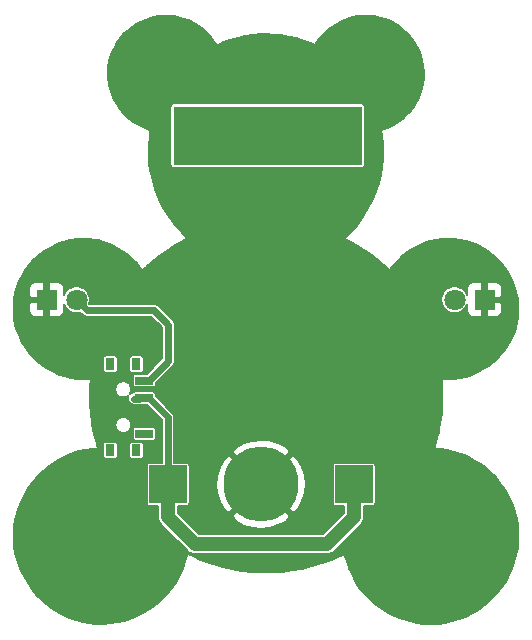
<source format=gbr>
G04 #@! TF.GenerationSoftware,KiCad,Pcbnew,(5.1.10)-1*
G04 #@! TF.CreationDate,2021-11-20T15:44:22+01:00*
G04 #@! TF.ProjectId,BlinkyBear,426c696e-6b79-4426-9561-722e6b696361,rev?*
G04 #@! TF.SameCoordinates,Original*
G04 #@! TF.FileFunction,Copper,L2,Bot*
G04 #@! TF.FilePolarity,Positive*
%FSLAX46Y46*%
G04 Gerber Fmt 4.6, Leading zero omitted, Abs format (unit mm)*
G04 Created by KiCad (PCBNEW (5.1.10)-1) date 2021-11-20 15:44:22*
%MOMM*%
%LPD*%
G01*
G04 APERTURE LIST*
G04 #@! TA.AperFunction,ComponentPad*
%ADD10R,1.800000X1.800000*%
G04 #@! TD*
G04 #@! TA.AperFunction,ComponentPad*
%ADD11C,1.800000*%
G04 #@! TD*
G04 #@! TA.AperFunction,SMDPad,CuDef*
%ADD12R,16.000000X5.000000*%
G04 #@! TD*
G04 #@! TA.AperFunction,SMDPad,CuDef*
%ADD13R,3.175000X3.175000*%
G04 #@! TD*
G04 #@! TA.AperFunction,SMDPad,CuDef*
%ADD14C,6.350000*%
G04 #@! TD*
G04 #@! TA.AperFunction,SMDPad,CuDef*
%ADD15R,0.800000X1.000000*%
G04 #@! TD*
G04 #@! TA.AperFunction,SMDPad,CuDef*
%ADD16R,1.500000X0.700000*%
G04 #@! TD*
G04 #@! TA.AperFunction,Conductor*
%ADD17C,0.609600*%
G04 #@! TD*
G04 #@! TA.AperFunction,Conductor*
%ADD18C,0.250000*%
G04 #@! TD*
G04 #@! TA.AperFunction,Conductor*
%ADD19C,1.219200*%
G04 #@! TD*
G04 #@! TA.AperFunction,Conductor*
%ADD20C,0.152400*%
G04 #@! TD*
G04 #@! TA.AperFunction,Conductor*
%ADD21C,0.076200*%
G04 #@! TD*
G04 APERTURE END LIST*
D10*
X154432003Y-78740000D03*
D11*
X151892003Y-78740000D03*
D10*
X117348000Y-78740000D03*
D11*
X119888000Y-78740000D03*
D12*
X136067800Y-64846200D03*
D13*
X143383000Y-94361000D03*
X127635000Y-94361000D03*
D14*
X135509000Y-94361000D03*
D15*
X124960600Y-91483200D03*
X124960600Y-84183200D03*
X122750600Y-84183200D03*
X122750600Y-91483200D03*
D16*
X125610600Y-85583200D03*
X125610600Y-87083200D03*
X125610600Y-90083200D03*
D17*
X120787999Y-79639999D02*
X126452199Y-79639999D01*
X119888000Y-78740000D02*
X120787999Y-79639999D01*
X126452199Y-79639999D02*
X127660400Y-80848200D01*
X126010600Y-85583200D02*
X125610600Y-85583200D01*
X127660400Y-83933400D02*
X126010600Y-85583200D01*
X127660400Y-80848200D02*
X127660400Y-83933400D01*
D18*
X134105000Y-94361000D02*
X135509000Y-94361000D01*
D17*
X125172400Y-87107200D02*
X124772400Y-87107200D01*
X125731200Y-87081800D02*
X125331200Y-87081800D01*
D19*
X141109700Y-99441000D02*
X129908300Y-99441000D01*
X129908300Y-99441000D02*
X127635000Y-97167700D01*
X127635000Y-97167700D02*
X127635000Y-94361000D01*
X143383000Y-94361000D02*
X143383000Y-97167700D01*
X143383000Y-97167700D02*
X141109700Y-99441000D01*
D17*
X126010600Y-87083200D02*
X125610600Y-87083200D01*
X127635000Y-88707600D02*
X126010600Y-87083200D01*
X127635000Y-94361000D02*
X127635000Y-88707600D01*
D20*
X128010403Y-54732307D02*
X128480411Y-54809291D01*
X128939352Y-54930700D01*
X129383754Y-55094942D01*
X129810101Y-55300393D01*
X130214923Y-55545441D01*
X130594743Y-55828470D01*
X130946104Y-56147845D01*
X131265521Y-56501934D01*
X131550863Y-56890868D01*
X131605601Y-56973433D01*
X131605967Y-56973980D01*
X131659586Y-57053359D01*
X131660233Y-57054301D01*
X131697823Y-57108189D01*
X131700559Y-57111871D01*
X131716268Y-57131728D01*
X131726640Y-57142478D01*
X131738910Y-57150999D01*
X131752606Y-57156962D01*
X131767202Y-57160138D01*
X131782137Y-57160406D01*
X131794645Y-57158342D01*
X131795677Y-57158082D01*
X131805132Y-57155032D01*
X131836301Y-57142681D01*
X131837556Y-57142171D01*
X131904963Y-57114064D01*
X131905358Y-57113898D01*
X132000050Y-57073787D01*
X132000297Y-57073682D01*
X132112908Y-57025513D01*
X132318967Y-56940321D01*
X132907891Y-56730220D01*
X133523377Y-56556940D01*
X134158990Y-56421867D01*
X134807423Y-56326658D01*
X135461689Y-56272927D01*
X135885396Y-56262163D01*
X136541560Y-56283870D01*
X137202062Y-56350407D01*
X137859719Y-56460452D01*
X138506833Y-56612640D01*
X139135746Y-56805569D01*
X139740290Y-57038376D01*
X139842616Y-57081864D01*
X139843002Y-57082027D01*
X139933234Y-57119792D01*
X139933883Y-57120060D01*
X139996558Y-57145615D01*
X139999046Y-57146579D01*
X140024619Y-57155976D01*
X140039078Y-57159729D01*
X140053991Y-57160589D01*
X140068785Y-57158524D01*
X140082892Y-57153611D01*
X140100520Y-57142283D01*
X140104689Y-57138706D01*
X140115432Y-57127382D01*
X140142062Y-57092819D01*
X140144056Y-57090109D01*
X140188602Y-57026686D01*
X140189468Y-57025426D01*
X140244381Y-56943810D01*
X140446174Y-56662723D01*
X140676562Y-56383742D01*
X140924965Y-56118221D01*
X141180059Y-55878213D01*
X141431620Y-55674665D01*
X141483256Y-55637116D01*
X141901516Y-55366872D01*
X142335367Y-55143153D01*
X142783067Y-54965023D01*
X143241443Y-54832464D01*
X143707397Y-54745451D01*
X144177761Y-54703971D01*
X144649402Y-54708011D01*
X145119149Y-54757568D01*
X145583889Y-54852640D01*
X146040461Y-54993226D01*
X146485720Y-55179329D01*
X146916556Y-55410980D01*
X147330942Y-55688954D01*
X147359363Y-55710668D01*
X147483515Y-55814180D01*
X147627562Y-55944735D01*
X147781753Y-56092680D01*
X147935855Y-56247838D01*
X148079814Y-56400145D01*
X148203433Y-56539322D01*
X148297080Y-56655571D01*
X148367633Y-56752851D01*
X148633824Y-57170983D01*
X148854506Y-57605894D01*
X149030135Y-58055472D01*
X149160425Y-58516455D01*
X149245075Y-58985583D01*
X149283794Y-59459561D01*
X149276275Y-59935098D01*
X149222210Y-60408951D01*
X149121299Y-60877823D01*
X148973226Y-61338472D01*
X148777038Y-61789080D01*
X148726613Y-61888537D01*
X148543754Y-62213244D01*
X148343156Y-62513074D01*
X148109733Y-62811017D01*
X148096858Y-62826295D01*
X147812230Y-63129498D01*
X147490489Y-63414613D01*
X147139906Y-63676201D01*
X146770119Y-63907571D01*
X146390954Y-64102065D01*
X146009960Y-64254126D01*
X145943578Y-64277096D01*
X145942472Y-64277489D01*
X145848580Y-64311607D01*
X145846692Y-64312321D01*
X145778214Y-64339278D01*
X145772724Y-64341693D01*
X145741082Y-64357125D01*
X145728362Y-64364958D01*
X145717415Y-64375121D01*
X145707074Y-64390084D01*
X145705293Y-64393463D01*
X145699657Y-64407296D01*
X145696593Y-64425295D01*
X145694570Y-64466936D01*
X145694648Y-64475690D01*
X145699934Y-64555188D01*
X145700217Y-64558413D01*
X145711979Y-64666007D01*
X145712245Y-64668157D01*
X145729646Y-64794076D01*
X145757542Y-64998042D01*
X145801552Y-65453761D01*
X145825078Y-65929484D01*
X145827861Y-66408937D01*
X145809640Y-66875214D01*
X145770155Y-67312349D01*
X145748235Y-67482660D01*
X145626805Y-68187688D01*
X145458798Y-68874254D01*
X145244755Y-69541881D01*
X144985363Y-70189166D01*
X144681319Y-70814654D01*
X144333296Y-71416942D01*
X143941966Y-71994603D01*
X143508012Y-72546185D01*
X143031193Y-73071253D01*
X142634961Y-73477983D01*
X142625636Y-73489653D01*
X142618767Y-73502918D01*
X142614618Y-73517268D01*
X142613349Y-73532152D01*
X142615007Y-73546998D01*
X142619530Y-73561234D01*
X142626743Y-73574315D01*
X142636369Y-73585737D01*
X142653542Y-73598316D01*
X142960605Y-73762913D01*
X143560420Y-74101862D01*
X144235910Y-74527235D01*
X144883064Y-74982579D01*
X145495263Y-75463172D01*
X146066717Y-75965018D01*
X146337716Y-76217286D01*
X146349595Y-76226343D01*
X146363013Y-76232909D01*
X146377453Y-76236731D01*
X146392362Y-76237662D01*
X146407166Y-76235667D01*
X146421296Y-76230822D01*
X146434210Y-76223314D01*
X146445411Y-76213431D01*
X146451064Y-76206600D01*
X146602444Y-76000362D01*
X146727626Y-75836106D01*
X147078491Y-75432159D01*
X147463608Y-75062632D01*
X147880156Y-74729162D01*
X148324574Y-74434216D01*
X148793289Y-74180249D01*
X149282738Y-73969695D01*
X149790814Y-73804501D01*
X149985271Y-73752615D01*
X150178745Y-73705699D01*
X150353943Y-73670092D01*
X150522729Y-73644185D01*
X150697051Y-73626448D01*
X150888834Y-73615472D01*
X151109574Y-73609939D01*
X151370715Y-73608511D01*
X151439741Y-73608618D01*
X151675622Y-73610506D01*
X151873256Y-73615666D01*
X152043566Y-73625295D01*
X152197457Y-73640567D01*
X152346225Y-73662741D01*
X152501318Y-73693204D01*
X152673921Y-73733405D01*
X152873241Y-73784291D01*
X153356432Y-73932866D01*
X153853221Y-74135531D01*
X154327106Y-74382753D01*
X154778040Y-74674478D01*
X155205801Y-75010622D01*
X155610343Y-75391310D01*
X155905939Y-75717233D01*
X156235489Y-76146743D01*
X156521784Y-76601428D01*
X156764709Y-77080867D01*
X156963900Y-77584355D01*
X157119001Y-78111279D01*
X157229680Y-78661414D01*
X157245715Y-78786877D01*
X157262221Y-78993082D01*
X157272464Y-79227867D01*
X157276380Y-79477976D01*
X157273951Y-79729989D01*
X157265189Y-79970811D01*
X157250168Y-80186866D01*
X157229006Y-80365261D01*
X157192099Y-80578920D01*
X157064785Y-81117899D01*
X156891980Y-81635275D01*
X156673056Y-82133082D01*
X156407583Y-82612337D01*
X156094420Y-83074989D01*
X156061282Y-83118521D01*
X155930361Y-83276851D01*
X155772162Y-83452583D01*
X155596152Y-83636200D01*
X155412231Y-83817804D01*
X155230316Y-83987517D01*
X155060424Y-84135453D01*
X154912041Y-84252282D01*
X154803818Y-84329646D01*
X154334075Y-84629302D01*
X153850020Y-84881701D01*
X153352413Y-85086987D01*
X152843038Y-85244627D01*
X152323682Y-85354075D01*
X151796064Y-85414784D01*
X151260183Y-85426200D01*
X150859341Y-85416130D01*
X150844443Y-85417220D01*
X150830044Y-85421196D01*
X150816697Y-85427905D01*
X150804916Y-85437088D01*
X150795152Y-85448394D01*
X150787782Y-85461387D01*
X150783088Y-85475568D01*
X150781251Y-85490392D01*
X150781833Y-85501895D01*
X150796352Y-85616353D01*
X150817109Y-85815872D01*
X150835264Y-86080748D01*
X150847684Y-86377605D01*
X150854324Y-86696196D01*
X150855154Y-87026390D01*
X150850156Y-87357745D01*
X150839318Y-87680253D01*
X150822645Y-87983542D01*
X150800115Y-88258036D01*
X150794043Y-88317793D01*
X150745644Y-88725077D01*
X150684481Y-89145401D01*
X150612552Y-89568457D01*
X150531937Y-89983389D01*
X150444715Y-90379456D01*
X150353036Y-90745638D01*
X150258795Y-91071997D01*
X150258537Y-91072819D01*
X150258300Y-91073588D01*
X150233419Y-91155956D01*
X150232875Y-91157847D01*
X150216532Y-91217472D01*
X150214999Y-91224266D01*
X150210715Y-91248342D01*
X150209553Y-91263234D01*
X150211318Y-91278068D01*
X150215942Y-91292271D01*
X150223249Y-91305300D01*
X150232958Y-91316653D01*
X150244695Y-91325893D01*
X150258008Y-91332667D01*
X150271621Y-91336572D01*
X150278883Y-91337941D01*
X150283073Y-91338611D01*
X150330980Y-91344905D01*
X150331842Y-91345013D01*
X150416897Y-91355203D01*
X150417258Y-91355245D01*
X150530599Y-91368275D01*
X150530842Y-91368303D01*
X150662162Y-91382974D01*
X151256840Y-91472292D01*
X151841901Y-91608360D01*
X152407415Y-91788504D01*
X152951596Y-92010898D01*
X153472559Y-92273686D01*
X153968523Y-92575065D01*
X154437592Y-92913171D01*
X154877946Y-93286190D01*
X155287717Y-93692273D01*
X155665073Y-94129596D01*
X156008147Y-94596314D01*
X156315086Y-95090593D01*
X156584039Y-95610600D01*
X156813168Y-96154529D01*
X157000609Y-96720538D01*
X157144504Y-97306793D01*
X157243080Y-97911930D01*
X157254360Y-98032678D01*
X157264107Y-98206435D01*
X157270714Y-98409717D01*
X157274138Y-98630667D01*
X157274354Y-98857711D01*
X157271362Y-99079342D01*
X157265170Y-99283951D01*
X157255824Y-99459783D01*
X157243396Y-99595549D01*
X157223988Y-99740951D01*
X157111834Y-100354200D01*
X156953946Y-100947513D01*
X156750899Y-101520502D01*
X156503488Y-102071572D01*
X156212457Y-102599234D01*
X155878582Y-103101900D01*
X155502569Y-103578067D01*
X155084481Y-104026898D01*
X154929770Y-104176290D01*
X154516802Y-104538202D01*
X154089966Y-104858491D01*
X153638718Y-105144833D01*
X153152657Y-105404484D01*
X152817088Y-105560043D01*
X152248782Y-105782519D01*
X151676879Y-105955166D01*
X151098940Y-106078792D01*
X150513044Y-106153929D01*
X149933230Y-106180688D01*
X149332063Y-106159948D01*
X148733952Y-106090716D01*
X148142911Y-105973786D01*
X147563009Y-105809975D01*
X146998238Y-105600078D01*
X146452082Y-105344651D01*
X146150467Y-105179011D01*
X145640254Y-104854496D01*
X145160363Y-104491276D01*
X144712397Y-104091349D01*
X144298512Y-103657045D01*
X143920896Y-103190755D01*
X143581710Y-102694819D01*
X143283132Y-102171615D01*
X143026786Y-101622346D01*
X142993549Y-101540881D01*
X142911780Y-101326417D01*
X142832235Y-101099881D01*
X142759701Y-100875780D01*
X142699121Y-100669214D01*
X142655091Y-100494180D01*
X142653758Y-100488155D01*
X142653485Y-100486969D01*
X142637473Y-100419693D01*
X142632934Y-100406293D01*
X142614750Y-100365529D01*
X142607357Y-100352549D01*
X142597573Y-100341261D01*
X142580323Y-100328970D01*
X142551253Y-100313849D01*
X142537389Y-100308288D01*
X142522707Y-100305539D01*
X142501265Y-100306707D01*
X142452607Y-100316358D01*
X142436981Y-100321251D01*
X142360024Y-100354800D01*
X142356590Y-100356400D01*
X142242699Y-100412944D01*
X142230173Y-100419146D01*
X142137594Y-100462920D01*
X142015236Y-100518404D01*
X141877343Y-100579212D01*
X141738938Y-100638611D01*
X141472232Y-100748358D01*
X140653914Y-101049531D01*
X139827165Y-101301295D01*
X138992861Y-101503912D01*
X138152707Y-101657340D01*
X137308275Y-101761575D01*
X136461212Y-101816582D01*
X135613185Y-101822345D01*
X134765774Y-101778833D01*
X133920636Y-101686018D01*
X133079413Y-101543872D01*
X132243711Y-101352363D01*
X131415184Y-101111456D01*
X130594628Y-100820822D01*
X130444998Y-100761926D01*
X130198726Y-100660947D01*
X129958910Y-100558012D01*
X129739696Y-100459247D01*
X129554660Y-100370545D01*
X129359295Y-100272864D01*
X129345344Y-100267526D01*
X129330619Y-100265012D01*
X129315687Y-100265418D01*
X129301121Y-100268730D01*
X129287481Y-100274821D01*
X129275291Y-100283455D01*
X129265020Y-100294301D01*
X129257062Y-100306943D01*
X129251414Y-100322061D01*
X129223823Y-100429466D01*
X129172701Y-100621155D01*
X128994926Y-101194067D01*
X128788795Y-101728139D01*
X128551557Y-102228899D01*
X128280593Y-102701222D01*
X127973201Y-103150000D01*
X127626637Y-103580039D01*
X127237489Y-103996776D01*
X127129788Y-104102738D01*
X126749553Y-104447612D01*
X126358916Y-104755253D01*
X125943986Y-105036193D01*
X125491891Y-105299989D01*
X124997231Y-105543707D01*
X124453387Y-105759020D01*
X123890973Y-105930997D01*
X123314974Y-106058719D01*
X122730504Y-106141255D01*
X122142609Y-106177712D01*
X121556393Y-106167207D01*
X120976655Y-106108862D01*
X120419009Y-106008029D01*
X119827639Y-105853485D01*
X119256235Y-105653418D01*
X118706263Y-105408616D01*
X118179322Y-105119893D01*
X117677017Y-104788048D01*
X117200966Y-104413879D01*
X116752065Y-103997498D01*
X116558950Y-103797207D01*
X116219887Y-103409194D01*
X115919581Y-103011537D01*
X115649466Y-102592625D01*
X115401422Y-102141160D01*
X115186661Y-101687033D01*
X114987490Y-101181524D01*
X114830144Y-100671599D01*
X114711110Y-100145788D01*
X114626975Y-99592213D01*
X114617780Y-99503128D01*
X114603795Y-99306549D01*
X114594155Y-99082587D01*
X114589000Y-98844346D01*
X114588444Y-98604852D01*
X114592576Y-98377514D01*
X114601454Y-98175505D01*
X114615034Y-98012619D01*
X114702176Y-97426219D01*
X114834952Y-96835574D01*
X115011103Y-96268186D01*
X115231935Y-95720655D01*
X115498791Y-95189647D01*
X115813073Y-94671879D01*
X116176633Y-94163529D01*
X116211684Y-94119314D01*
X116326635Y-93984577D01*
X116468641Y-93828735D01*
X116629322Y-93660235D01*
X116799834Y-93487963D01*
X116971612Y-93320487D01*
X117135898Y-93166537D01*
X117283875Y-93034867D01*
X117407277Y-92933668D01*
X117441872Y-92907224D01*
X117953030Y-92546537D01*
X118472962Y-92235499D01*
X119005375Y-91972226D01*
X119553115Y-91755515D01*
X120118978Y-91584241D01*
X120705875Y-91457298D01*
X121318119Y-91373471D01*
X121413401Y-91363522D01*
X121414222Y-91363432D01*
X121510520Y-91352320D01*
X121511929Y-91352144D01*
X121578824Y-91343159D01*
X121584049Y-91342271D01*
X121610948Y-91336732D01*
X121625213Y-91332300D01*
X121638339Y-91325170D01*
X121649822Y-91315616D01*
X121659220Y-91304005D01*
X121666173Y-91290784D01*
X121670413Y-91276461D01*
X121671772Y-91261036D01*
X121671686Y-91254864D01*
X121670087Y-91240363D01*
X121660689Y-91195319D01*
X121660026Y-91192425D01*
X121639769Y-91111286D01*
X121639474Y-91110144D01*
X121610602Y-91001667D01*
X121610391Y-91000889D01*
X121605482Y-90983200D01*
X122120894Y-90983200D01*
X122120894Y-91983200D01*
X122125308Y-92028013D01*
X122138379Y-92071105D01*
X122159606Y-92110818D01*
X122188173Y-92145627D01*
X122222982Y-92174194D01*
X122262695Y-92195421D01*
X122305787Y-92208492D01*
X122350600Y-92212906D01*
X123150600Y-92212906D01*
X123195413Y-92208492D01*
X123238505Y-92195421D01*
X123278218Y-92174194D01*
X123313027Y-92145627D01*
X123341594Y-92110818D01*
X123362821Y-92071105D01*
X123375892Y-92028013D01*
X123380306Y-91983200D01*
X123380306Y-90983200D01*
X124330894Y-90983200D01*
X124330894Y-91983200D01*
X124335308Y-92028013D01*
X124348379Y-92071105D01*
X124369606Y-92110818D01*
X124398173Y-92145627D01*
X124432982Y-92174194D01*
X124472695Y-92195421D01*
X124515787Y-92208492D01*
X124560600Y-92212906D01*
X125360600Y-92212906D01*
X125405413Y-92208492D01*
X125448505Y-92195421D01*
X125488218Y-92174194D01*
X125523027Y-92145627D01*
X125551594Y-92110818D01*
X125572821Y-92071105D01*
X125585892Y-92028013D01*
X125590306Y-91983200D01*
X125590306Y-90983200D01*
X125585892Y-90938387D01*
X125572821Y-90895295D01*
X125551594Y-90855582D01*
X125523027Y-90820773D01*
X125488218Y-90792206D01*
X125448505Y-90770979D01*
X125405413Y-90757908D01*
X125360600Y-90753494D01*
X124560600Y-90753494D01*
X124515787Y-90757908D01*
X124472695Y-90770979D01*
X124432982Y-90792206D01*
X124398173Y-90820773D01*
X124369606Y-90855582D01*
X124348379Y-90895295D01*
X124335308Y-90938387D01*
X124330894Y-90983200D01*
X123380306Y-90983200D01*
X123375892Y-90938387D01*
X123362821Y-90895295D01*
X123341594Y-90855582D01*
X123313027Y-90820773D01*
X123278218Y-90792206D01*
X123238505Y-90770979D01*
X123195413Y-90757908D01*
X123150600Y-90753494D01*
X122350600Y-90753494D01*
X122305787Y-90757908D01*
X122262695Y-90770979D01*
X122222982Y-90792206D01*
X122188173Y-90820773D01*
X122159606Y-90855582D01*
X122138379Y-90895295D01*
X122125308Y-90938387D01*
X122120894Y-90983200D01*
X121605482Y-90983200D01*
X121575237Y-90874218D01*
X121469519Y-90476390D01*
X121315451Y-89786005D01*
X121225205Y-89266364D01*
X123172000Y-89266364D01*
X123172000Y-89400036D01*
X123198079Y-89531140D01*
X123249233Y-89654637D01*
X123323497Y-89765782D01*
X123418018Y-89860303D01*
X123529163Y-89934567D01*
X123652660Y-89985721D01*
X123783764Y-90011800D01*
X123917436Y-90011800D01*
X124048540Y-89985721D01*
X124172037Y-89934567D01*
X124283182Y-89860303D01*
X124377703Y-89765782D01*
X124399473Y-89733200D01*
X124630894Y-89733200D01*
X124630894Y-90433200D01*
X124635308Y-90478013D01*
X124648379Y-90521105D01*
X124669606Y-90560818D01*
X124698173Y-90595627D01*
X124732982Y-90624194D01*
X124772695Y-90645421D01*
X124815787Y-90658492D01*
X124860600Y-90662906D01*
X126360600Y-90662906D01*
X126405413Y-90658492D01*
X126448505Y-90645421D01*
X126488218Y-90624194D01*
X126523027Y-90595627D01*
X126551594Y-90560818D01*
X126572821Y-90521105D01*
X126585892Y-90478013D01*
X126590306Y-90433200D01*
X126590306Y-89733200D01*
X126585892Y-89688387D01*
X126572821Y-89645295D01*
X126551594Y-89605582D01*
X126523027Y-89570773D01*
X126488218Y-89542206D01*
X126448505Y-89520979D01*
X126405413Y-89507908D01*
X126360600Y-89503494D01*
X124860600Y-89503494D01*
X124815787Y-89507908D01*
X124772695Y-89520979D01*
X124732982Y-89542206D01*
X124698173Y-89570773D01*
X124669606Y-89605582D01*
X124648379Y-89645295D01*
X124635308Y-89688387D01*
X124630894Y-89733200D01*
X124399473Y-89733200D01*
X124451967Y-89654637D01*
X124503121Y-89531140D01*
X124529200Y-89400036D01*
X124529200Y-89266364D01*
X124503121Y-89135260D01*
X124451967Y-89011763D01*
X124377703Y-88900618D01*
X124283182Y-88806097D01*
X124172037Y-88731833D01*
X124048540Y-88680679D01*
X123917436Y-88654600D01*
X123783764Y-88654600D01*
X123652660Y-88680679D01*
X123529163Y-88731833D01*
X123418018Y-88806097D01*
X123323497Y-88900618D01*
X123249233Y-89011763D01*
X123198079Y-89135260D01*
X123172000Y-89266364D01*
X121225205Y-89266364D01*
X121192860Y-89080120D01*
X121102854Y-88368395D01*
X121046626Y-87661059D01*
X121025333Y-86968218D01*
X121040129Y-86298980D01*
X121041824Y-86266364D01*
X123172000Y-86266364D01*
X123172000Y-86400036D01*
X123198079Y-86531140D01*
X123249233Y-86654637D01*
X123323497Y-86765782D01*
X123418018Y-86860303D01*
X123529163Y-86934567D01*
X123652660Y-86985721D01*
X123783764Y-87011800D01*
X123917436Y-87011800D01*
X124048540Y-86985721D01*
X124172037Y-86934567D01*
X124283182Y-86860303D01*
X124318354Y-86825131D01*
X124277219Y-86902089D01*
X124246719Y-87002635D01*
X124236420Y-87107200D01*
X124246719Y-87211765D01*
X124277219Y-87312311D01*
X124326749Y-87404975D01*
X124393405Y-87486195D01*
X124474625Y-87552851D01*
X124567289Y-87602381D01*
X124667835Y-87632881D01*
X124746205Y-87640600D01*
X124763676Y-87640600D01*
X124772695Y-87645421D01*
X124815787Y-87658492D01*
X124860600Y-87662906D01*
X125835965Y-87662906D01*
X127101601Y-88928542D01*
X127101600Y-92543794D01*
X126047500Y-92543794D01*
X126002687Y-92548208D01*
X125959595Y-92561279D01*
X125919882Y-92582506D01*
X125885073Y-92611073D01*
X125856506Y-92645882D01*
X125835279Y-92685595D01*
X125822208Y-92728687D01*
X125817794Y-92773500D01*
X125817794Y-95948500D01*
X125822208Y-95993313D01*
X125835279Y-96036405D01*
X125856506Y-96076118D01*
X125885073Y-96110927D01*
X125919882Y-96139494D01*
X125959595Y-96160721D01*
X126002687Y-96173792D01*
X126047500Y-96178206D01*
X126796800Y-96178206D01*
X126796800Y-97126537D01*
X126792746Y-97167700D01*
X126796800Y-97208863D01*
X126796800Y-97208869D01*
X126808929Y-97332015D01*
X126856858Y-97490016D01*
X126934691Y-97635631D01*
X127039436Y-97763264D01*
X127071418Y-97789511D01*
X129286494Y-100004588D01*
X129312736Y-100036564D01*
X129344712Y-100062806D01*
X129344714Y-100062808D01*
X129402507Y-100110237D01*
X129440368Y-100141309D01*
X129585983Y-100219142D01*
X129743984Y-100267071D01*
X129867130Y-100279200D01*
X129867137Y-100279200D01*
X129908300Y-100283254D01*
X129949463Y-100279200D01*
X141068537Y-100279200D01*
X141109700Y-100283254D01*
X141150863Y-100279200D01*
X141150870Y-100279200D01*
X141274016Y-100267071D01*
X141432017Y-100219142D01*
X141577632Y-100141309D01*
X141705264Y-100036564D01*
X141731511Y-100004582D01*
X143946588Y-97789506D01*
X143978564Y-97763264D01*
X144020791Y-97711811D01*
X144083309Y-97635632D01*
X144161142Y-97490017D01*
X144209071Y-97332016D01*
X144210400Y-97318523D01*
X144221200Y-97208870D01*
X144221200Y-97208863D01*
X144225254Y-97167700D01*
X144221200Y-97126537D01*
X144221200Y-96178206D01*
X144970500Y-96178206D01*
X145015313Y-96173792D01*
X145058405Y-96160721D01*
X145098118Y-96139494D01*
X145132927Y-96110927D01*
X145161494Y-96076118D01*
X145182721Y-96036405D01*
X145195792Y-95993313D01*
X145200206Y-95948500D01*
X145200206Y-92773500D01*
X145195792Y-92728687D01*
X145182721Y-92685595D01*
X145161494Y-92645882D01*
X145132927Y-92611073D01*
X145098118Y-92582506D01*
X145058405Y-92561279D01*
X145015313Y-92548208D01*
X144970500Y-92543794D01*
X141795500Y-92543794D01*
X141750687Y-92548208D01*
X141707595Y-92561279D01*
X141667882Y-92582506D01*
X141633073Y-92611073D01*
X141604506Y-92645882D01*
X141583279Y-92685595D01*
X141570208Y-92728687D01*
X141565794Y-92773500D01*
X141565794Y-95948500D01*
X141570208Y-95993313D01*
X141583279Y-96036405D01*
X141604506Y-96076118D01*
X141633073Y-96110927D01*
X141667882Y-96139494D01*
X141707595Y-96160721D01*
X141750687Y-96173792D01*
X141795500Y-96178206D01*
X142544801Y-96178206D01*
X142544801Y-96820505D01*
X140762507Y-98602800D01*
X130255494Y-98602800D01*
X128704083Y-97051389D01*
X133070059Y-97051389D01*
X133435011Y-97518093D01*
X134090780Y-97862045D01*
X134801050Y-98071455D01*
X135538527Y-98138274D01*
X136274869Y-98059934D01*
X136981780Y-97839447D01*
X137582989Y-97518093D01*
X137947941Y-97051389D01*
X135509000Y-94612447D01*
X133070059Y-97051389D01*
X128704083Y-97051389D01*
X128473200Y-96820507D01*
X128473200Y-96178206D01*
X129222500Y-96178206D01*
X129267313Y-96173792D01*
X129310405Y-96160721D01*
X129350118Y-96139494D01*
X129384927Y-96110927D01*
X129413494Y-96076118D01*
X129434721Y-96036405D01*
X129447792Y-95993313D01*
X129452206Y-95948500D01*
X129452206Y-94390527D01*
X131731726Y-94390527D01*
X131810066Y-95126869D01*
X132030553Y-95833780D01*
X132351907Y-96434989D01*
X132818611Y-96799941D01*
X135257553Y-94361000D01*
X135760447Y-94361000D01*
X138199389Y-96799941D01*
X138666093Y-96434989D01*
X139010045Y-95779220D01*
X139219455Y-95068950D01*
X139286274Y-94331473D01*
X139207934Y-93595131D01*
X138987447Y-92888220D01*
X138666093Y-92287011D01*
X138199389Y-91922059D01*
X135760447Y-94361000D01*
X135257553Y-94361000D01*
X132818611Y-91922059D01*
X132351907Y-92287011D01*
X132007955Y-92942780D01*
X131798545Y-93653050D01*
X131731726Y-94390527D01*
X129452206Y-94390527D01*
X129452206Y-92773500D01*
X129447792Y-92728687D01*
X129434721Y-92685595D01*
X129413494Y-92645882D01*
X129384927Y-92611073D01*
X129350118Y-92582506D01*
X129310405Y-92561279D01*
X129267313Y-92548208D01*
X129222500Y-92543794D01*
X128168400Y-92543794D01*
X128168400Y-91670611D01*
X133070059Y-91670611D01*
X135509000Y-94109553D01*
X137947941Y-91670611D01*
X137582989Y-91203907D01*
X136927220Y-90859955D01*
X136216950Y-90650545D01*
X135479473Y-90583726D01*
X134743131Y-90662066D01*
X134036220Y-90882553D01*
X133435011Y-91203907D01*
X133070059Y-91670611D01*
X128168400Y-91670611D01*
X128168400Y-88733794D01*
X128170980Y-88707600D01*
X128168032Y-88677670D01*
X128160681Y-88603035D01*
X128130181Y-88502489D01*
X128080651Y-88409825D01*
X128013995Y-88328605D01*
X127993645Y-88311904D01*
X126590306Y-86908565D01*
X126590306Y-86733200D01*
X126585892Y-86688387D01*
X126572821Y-86645295D01*
X126551594Y-86605582D01*
X126523027Y-86570773D01*
X126488218Y-86542206D01*
X126448505Y-86520979D01*
X126405413Y-86507908D01*
X126360600Y-86503494D01*
X124860600Y-86503494D01*
X124815787Y-86507908D01*
X124772695Y-86520979D01*
X124732982Y-86542206D01*
X124698173Y-86570773D01*
X124691246Y-86579213D01*
X124667835Y-86581519D01*
X124567289Y-86612019D01*
X124474625Y-86661549D01*
X124414231Y-86711113D01*
X124451967Y-86654637D01*
X124503121Y-86531140D01*
X124529200Y-86400036D01*
X124529200Y-86266364D01*
X124503121Y-86135260D01*
X124451967Y-86011763D01*
X124377703Y-85900618D01*
X124283182Y-85806097D01*
X124172037Y-85731833D01*
X124048540Y-85680679D01*
X123917436Y-85654600D01*
X123783764Y-85654600D01*
X123652660Y-85680679D01*
X123529163Y-85731833D01*
X123418018Y-85806097D01*
X123323497Y-85900618D01*
X123249233Y-86011763D01*
X123198079Y-86135260D01*
X123172000Y-86266364D01*
X121041824Y-86266364D01*
X121044980Y-86205648D01*
X121054428Y-86034856D01*
X121063663Y-85880491D01*
X121072144Y-85750900D01*
X121079285Y-85655290D01*
X121084441Y-85602815D01*
X121098585Y-85500613D01*
X121099172Y-85485687D01*
X121096836Y-85470932D01*
X121091667Y-85456918D01*
X121083863Y-85444180D01*
X121073724Y-85433211D01*
X121061640Y-85424429D01*
X121048075Y-85418175D01*
X121033550Y-85414686D01*
X121020909Y-85413999D01*
X120615473Y-85425683D01*
X120522701Y-85427623D01*
X119981705Y-85409985D01*
X119450656Y-85343873D01*
X118930864Y-85230395D01*
X118425173Y-85070721D01*
X117936424Y-84866017D01*
X117467414Y-84617426D01*
X117020992Y-84326114D01*
X116599959Y-83993208D01*
X116273793Y-83683200D01*
X122120894Y-83683200D01*
X122120894Y-84683200D01*
X122125308Y-84728013D01*
X122138379Y-84771105D01*
X122159606Y-84810818D01*
X122188173Y-84845627D01*
X122222982Y-84874194D01*
X122262695Y-84895421D01*
X122305787Y-84908492D01*
X122350600Y-84912906D01*
X123150600Y-84912906D01*
X123195413Y-84908492D01*
X123238505Y-84895421D01*
X123278218Y-84874194D01*
X123313027Y-84845627D01*
X123341594Y-84810818D01*
X123362821Y-84771105D01*
X123375892Y-84728013D01*
X123380306Y-84683200D01*
X123380306Y-83683200D01*
X124330894Y-83683200D01*
X124330894Y-84683200D01*
X124335308Y-84728013D01*
X124348379Y-84771105D01*
X124369606Y-84810818D01*
X124398173Y-84845627D01*
X124432982Y-84874194D01*
X124472695Y-84895421D01*
X124515787Y-84908492D01*
X124560600Y-84912906D01*
X125360600Y-84912906D01*
X125405413Y-84908492D01*
X125448505Y-84895421D01*
X125488218Y-84874194D01*
X125523027Y-84845627D01*
X125551594Y-84810818D01*
X125572821Y-84771105D01*
X125585892Y-84728013D01*
X125590306Y-84683200D01*
X125590306Y-83683200D01*
X125585892Y-83638387D01*
X125572821Y-83595295D01*
X125551594Y-83555582D01*
X125523027Y-83520773D01*
X125488218Y-83492206D01*
X125448505Y-83470979D01*
X125405413Y-83457908D01*
X125360600Y-83453494D01*
X124560600Y-83453494D01*
X124515787Y-83457908D01*
X124472695Y-83470979D01*
X124432982Y-83492206D01*
X124398173Y-83520773D01*
X124369606Y-83555582D01*
X124348379Y-83595295D01*
X124335308Y-83638387D01*
X124330894Y-83683200D01*
X123380306Y-83683200D01*
X123375892Y-83638387D01*
X123362821Y-83595295D01*
X123341594Y-83555582D01*
X123313027Y-83520773D01*
X123278218Y-83492206D01*
X123238505Y-83470979D01*
X123195413Y-83457908D01*
X123150600Y-83453494D01*
X122350600Y-83453494D01*
X122305787Y-83457908D01*
X122262695Y-83470979D01*
X122222982Y-83492206D01*
X122188173Y-83520773D01*
X122159606Y-83555582D01*
X122138379Y-83595295D01*
X122125308Y-83638387D01*
X122120894Y-83683200D01*
X116273793Y-83683200D01*
X116206851Y-83619575D01*
X115917775Y-83297559D01*
X115586798Y-82864174D01*
X115300746Y-82408299D01*
X115059228Y-81929408D01*
X114862119Y-81427243D01*
X114709326Y-80901489D01*
X114600620Y-80350835D01*
X114593349Y-80299397D01*
X114572974Y-80095693D01*
X114559589Y-79860096D01*
X114554104Y-79640000D01*
X115860973Y-79640000D01*
X115872253Y-79754523D01*
X115905658Y-79864646D01*
X115959905Y-79966135D01*
X116032909Y-80055091D01*
X116121865Y-80128095D01*
X116223354Y-80182342D01*
X116333477Y-80215747D01*
X116448000Y-80227027D01*
X117024150Y-80224200D01*
X117170200Y-80078150D01*
X117170200Y-78917800D01*
X116009850Y-78917800D01*
X115863800Y-79063850D01*
X115860973Y-79640000D01*
X114554104Y-79640000D01*
X114553255Y-79605973D01*
X114554034Y-79347367D01*
X114561930Y-79098370D01*
X114576897Y-78873185D01*
X114598764Y-78686019D01*
X114689210Y-78210878D01*
X114790957Y-77840000D01*
X115860973Y-77840000D01*
X115863800Y-78416150D01*
X116009850Y-78562200D01*
X117170200Y-78562200D01*
X117170200Y-77401850D01*
X117525800Y-77401850D01*
X117525800Y-78562200D01*
X117545800Y-78562200D01*
X117545800Y-78917800D01*
X117525800Y-78917800D01*
X117525800Y-80078150D01*
X117671850Y-80224200D01*
X118248000Y-80227027D01*
X118362523Y-80215747D01*
X118472646Y-80182342D01*
X118574135Y-80128095D01*
X118663091Y-80055091D01*
X118736095Y-79966135D01*
X118790342Y-79864646D01*
X118823747Y-79754523D01*
X118835027Y-79640000D01*
X118832579Y-79141165D01*
X118887847Y-79274593D01*
X119011359Y-79459441D01*
X119168559Y-79616641D01*
X119353407Y-79740153D01*
X119558799Y-79825229D01*
X119776843Y-79868600D01*
X119999157Y-79868600D01*
X120217201Y-79825229D01*
X120218394Y-79824735D01*
X120392303Y-79998644D01*
X120409004Y-80018994D01*
X120490224Y-80085650D01*
X120582888Y-80135180D01*
X120683434Y-80165680D01*
X120761804Y-80173399D01*
X120761805Y-80173399D01*
X120787999Y-80175979D01*
X120814193Y-80173399D01*
X126231258Y-80173399D01*
X127127000Y-81069142D01*
X127127001Y-83712458D01*
X125835965Y-85003494D01*
X124860600Y-85003494D01*
X124815787Y-85007908D01*
X124772695Y-85020979D01*
X124732982Y-85042206D01*
X124698173Y-85070773D01*
X124669606Y-85105582D01*
X124648379Y-85145295D01*
X124635308Y-85188387D01*
X124630894Y-85233200D01*
X124630894Y-85933200D01*
X124635308Y-85978013D01*
X124648379Y-86021105D01*
X124669606Y-86060818D01*
X124698173Y-86095627D01*
X124732982Y-86124194D01*
X124772695Y-86145421D01*
X124815787Y-86158492D01*
X124860600Y-86162906D01*
X126360600Y-86162906D01*
X126405413Y-86158492D01*
X126448505Y-86145421D01*
X126488218Y-86124194D01*
X126523027Y-86095627D01*
X126551594Y-86060818D01*
X126572821Y-86021105D01*
X126585892Y-85978013D01*
X126590306Y-85933200D01*
X126590306Y-85757835D01*
X128019045Y-84329096D01*
X128039395Y-84312395D01*
X128106051Y-84231175D01*
X128155581Y-84138511D01*
X128186081Y-84037965D01*
X128193800Y-83959595D01*
X128193800Y-83959594D01*
X128196380Y-83933400D01*
X128193800Y-83907206D01*
X128193800Y-80874386D01*
X128196379Y-80848199D01*
X128193800Y-80822012D01*
X128193800Y-80822005D01*
X128186081Y-80743635D01*
X128155581Y-80643089D01*
X128106051Y-80550425D01*
X128104442Y-80548465D01*
X128056093Y-80489551D01*
X128056091Y-80489549D01*
X128039395Y-80469205D01*
X128019051Y-80452509D01*
X126847892Y-79281351D01*
X126831194Y-79261004D01*
X126749974Y-79194348D01*
X126657310Y-79144818D01*
X126556764Y-79114318D01*
X126478394Y-79106599D01*
X126478386Y-79106599D01*
X126452199Y-79104020D01*
X126426012Y-79106599D01*
X121008940Y-79106599D01*
X120972735Y-79070394D01*
X120973229Y-79069201D01*
X121016600Y-78851157D01*
X121016600Y-78628843D01*
X150763403Y-78628843D01*
X150763403Y-78851157D01*
X150806774Y-79069201D01*
X150891850Y-79274593D01*
X151015362Y-79459441D01*
X151172562Y-79616641D01*
X151357410Y-79740153D01*
X151562802Y-79825229D01*
X151780846Y-79868600D01*
X152003160Y-79868600D01*
X152221204Y-79825229D01*
X152426596Y-79740153D01*
X152611444Y-79616641D01*
X152768644Y-79459441D01*
X152892156Y-79274593D01*
X152947424Y-79141165D01*
X152944976Y-79640000D01*
X152956256Y-79754523D01*
X152989661Y-79864646D01*
X153043908Y-79966135D01*
X153116912Y-80055091D01*
X153205868Y-80128095D01*
X153307357Y-80182342D01*
X153417480Y-80215747D01*
X153532003Y-80227027D01*
X154108153Y-80224200D01*
X154254203Y-80078150D01*
X154254203Y-78917800D01*
X154609803Y-78917800D01*
X154609803Y-80078150D01*
X154755853Y-80224200D01*
X155332003Y-80227027D01*
X155446526Y-80215747D01*
X155556649Y-80182342D01*
X155658138Y-80128095D01*
X155747094Y-80055091D01*
X155820098Y-79966135D01*
X155874345Y-79864646D01*
X155907750Y-79754523D01*
X155919030Y-79640000D01*
X155916203Y-79063850D01*
X155770153Y-78917800D01*
X154609803Y-78917800D01*
X154254203Y-78917800D01*
X154234203Y-78917800D01*
X154234203Y-78562200D01*
X154254203Y-78562200D01*
X154254203Y-77401850D01*
X154609803Y-77401850D01*
X154609803Y-78562200D01*
X155770153Y-78562200D01*
X155916203Y-78416150D01*
X155919030Y-77840000D01*
X155907750Y-77725477D01*
X155874345Y-77615354D01*
X155820098Y-77513865D01*
X155747094Y-77424909D01*
X155658138Y-77351905D01*
X155556649Y-77297658D01*
X155446526Y-77264253D01*
X155332003Y-77252973D01*
X154755853Y-77255800D01*
X154609803Y-77401850D01*
X154254203Y-77401850D01*
X154108153Y-77255800D01*
X153532003Y-77252973D01*
X153417480Y-77264253D01*
X153307357Y-77297658D01*
X153205868Y-77351905D01*
X153116912Y-77424909D01*
X153043908Y-77513865D01*
X152989661Y-77615354D01*
X152956256Y-77725477D01*
X152944976Y-77840000D01*
X152947424Y-78338835D01*
X152892156Y-78205407D01*
X152768644Y-78020559D01*
X152611444Y-77863359D01*
X152426596Y-77739847D01*
X152221204Y-77654771D01*
X152003160Y-77611400D01*
X151780846Y-77611400D01*
X151562802Y-77654771D01*
X151357410Y-77739847D01*
X151172562Y-77863359D01*
X151015362Y-78020559D01*
X150891850Y-78205407D01*
X150806774Y-78410799D01*
X150763403Y-78628843D01*
X121016600Y-78628843D01*
X120973229Y-78410799D01*
X120888153Y-78205407D01*
X120764641Y-78020559D01*
X120607441Y-77863359D01*
X120422593Y-77739847D01*
X120217201Y-77654771D01*
X119999157Y-77611400D01*
X119776843Y-77611400D01*
X119558799Y-77654771D01*
X119353407Y-77739847D01*
X119168559Y-77863359D01*
X119011359Y-78020559D01*
X118887847Y-78205407D01*
X118832579Y-78338835D01*
X118835027Y-77840000D01*
X118823747Y-77725477D01*
X118790342Y-77615354D01*
X118736095Y-77513865D01*
X118663091Y-77424909D01*
X118574135Y-77351905D01*
X118472646Y-77297658D01*
X118362523Y-77264253D01*
X118248000Y-77252973D01*
X117671850Y-77255800D01*
X117525800Y-77401850D01*
X117170200Y-77401850D01*
X117024150Y-77255800D01*
X116448000Y-77252973D01*
X116333477Y-77264253D01*
X116223354Y-77297658D01*
X116121865Y-77351905D01*
X116032909Y-77424909D01*
X115959905Y-77513865D01*
X115905658Y-77615354D01*
X115872253Y-77725477D01*
X115860973Y-77840000D01*
X114790957Y-77840000D01*
X114834918Y-77679760D01*
X115023822Y-77174300D01*
X115256250Y-76693560D01*
X115532499Y-76236884D01*
X115852939Y-75803609D01*
X116218418Y-75392609D01*
X116446949Y-75168622D01*
X116863526Y-74813872D01*
X117303501Y-74503573D01*
X117766882Y-74237511D01*
X118253184Y-74015923D01*
X118761961Y-73839091D01*
X119293658Y-73707114D01*
X119555264Y-73659603D01*
X119811844Y-73625426D01*
X120069872Y-73605212D01*
X120346088Y-73597709D01*
X120657154Y-73601761D01*
X120809477Y-73606998D01*
X121050662Y-73620719D01*
X121265483Y-73641774D01*
X121470791Y-73672300D01*
X121683593Y-73714607D01*
X121919424Y-73770783D01*
X122351151Y-73898347D01*
X122845486Y-74091437D01*
X123321279Y-74328461D01*
X123774893Y-74606883D01*
X124202364Y-74924004D01*
X124599806Y-75277149D01*
X124963338Y-75663619D01*
X125290204Y-76082140D01*
X125390782Y-76224167D01*
X125400568Y-76235453D01*
X125412368Y-76244612D01*
X125425728Y-76251294D01*
X125440135Y-76255241D01*
X125455035Y-76256301D01*
X125469856Y-76254434D01*
X125484028Y-76249712D01*
X125497006Y-76242315D01*
X125504533Y-76236231D01*
X125794526Y-75969691D01*
X126263215Y-75555502D01*
X126897824Y-75043930D01*
X127549277Y-74572576D01*
X128212781Y-74144825D01*
X128884322Y-73763635D01*
X129182372Y-73605878D01*
X129194826Y-73597629D01*
X129205431Y-73587110D01*
X129213781Y-73574723D01*
X129219553Y-73560946D01*
X129222527Y-73546307D01*
X129222588Y-73531369D01*
X129219733Y-73516707D01*
X129214073Y-73502883D01*
X129201336Y-73485388D01*
X128825054Y-73098705D01*
X128688722Y-72955976D01*
X128217332Y-72417280D01*
X127790601Y-71854704D01*
X127408006Y-71267815D01*
X127069717Y-70656969D01*
X126775850Y-70022396D01*
X126526593Y-69364440D01*
X126322101Y-68683333D01*
X126162437Y-67978781D01*
X126116607Y-67715350D01*
X126049368Y-67185792D01*
X126010323Y-66639574D01*
X125999541Y-66088099D01*
X126017107Y-65543333D01*
X126063061Y-65017257D01*
X126137591Y-64520417D01*
X126137749Y-64519562D01*
X126138926Y-64509357D01*
X126141940Y-64445796D01*
X126141182Y-64430878D01*
X126137528Y-64416394D01*
X126131118Y-64402901D01*
X126123590Y-64392490D01*
X126100951Y-64366176D01*
X126090146Y-64355862D01*
X126077536Y-64347854D01*
X126066456Y-64343313D01*
X125847535Y-64273107D01*
X125525859Y-64143025D01*
X125196053Y-63981063D01*
X124869738Y-63793459D01*
X124558826Y-63586718D01*
X124274200Y-63366705D01*
X124190633Y-63294835D01*
X123848216Y-62960420D01*
X123543666Y-62596168D01*
X123373486Y-62346200D01*
X127838094Y-62346200D01*
X127838094Y-67346200D01*
X127842508Y-67391013D01*
X127855579Y-67434105D01*
X127876806Y-67473818D01*
X127905373Y-67508627D01*
X127940182Y-67537194D01*
X127979895Y-67558421D01*
X128022987Y-67571492D01*
X128067800Y-67575906D01*
X144067800Y-67575906D01*
X144112613Y-67571492D01*
X144155705Y-67558421D01*
X144195418Y-67537194D01*
X144230227Y-67508627D01*
X144258794Y-67473818D01*
X144280021Y-67434105D01*
X144293092Y-67391013D01*
X144297506Y-67346200D01*
X144297506Y-62346200D01*
X144293092Y-62301387D01*
X144280021Y-62258295D01*
X144258794Y-62218582D01*
X144230227Y-62183773D01*
X144195418Y-62155206D01*
X144155705Y-62133979D01*
X144112613Y-62120908D01*
X144067800Y-62116494D01*
X128067800Y-62116494D01*
X128022987Y-62120908D01*
X127979895Y-62133979D01*
X127940182Y-62155206D01*
X127905373Y-62183773D01*
X127876806Y-62218582D01*
X127855579Y-62258295D01*
X127842508Y-62301387D01*
X127838094Y-62346200D01*
X123373486Y-62346200D01*
X123277126Y-62204663D01*
X123049851Y-61789590D01*
X122863115Y-61354664D01*
X122718171Y-60903603D01*
X122616261Y-60440116D01*
X122558621Y-59967945D01*
X122546477Y-59490798D01*
X122581034Y-59012375D01*
X122663632Y-58535682D01*
X122745111Y-58222750D01*
X122905908Y-57763893D01*
X123108508Y-57328601D01*
X123350613Y-56918517D01*
X123629740Y-56535869D01*
X123943353Y-56182938D01*
X124288965Y-55861961D01*
X124664057Y-55575211D01*
X125066088Y-55324964D01*
X125492580Y-55113454D01*
X125941016Y-54942944D01*
X126408886Y-54815692D01*
X126895009Y-54733731D01*
X127049765Y-54718020D01*
X127532820Y-54701341D01*
X128010403Y-54732307D01*
G04 #@! TA.AperFunction,Conductor*
D21*
G36*
X128010403Y-54732307D02*
G01*
X128480411Y-54809291D01*
X128939352Y-54930700D01*
X129383754Y-55094942D01*
X129810101Y-55300393D01*
X130214923Y-55545441D01*
X130594743Y-55828470D01*
X130946104Y-56147845D01*
X131265521Y-56501934D01*
X131550863Y-56890868D01*
X131605601Y-56973433D01*
X131605967Y-56973980D01*
X131659586Y-57053359D01*
X131660233Y-57054301D01*
X131697823Y-57108189D01*
X131700559Y-57111871D01*
X131716268Y-57131728D01*
X131726640Y-57142478D01*
X131738910Y-57150999D01*
X131752606Y-57156962D01*
X131767202Y-57160138D01*
X131782137Y-57160406D01*
X131794645Y-57158342D01*
X131795677Y-57158082D01*
X131805132Y-57155032D01*
X131836301Y-57142681D01*
X131837556Y-57142171D01*
X131904963Y-57114064D01*
X131905358Y-57113898D01*
X132000050Y-57073787D01*
X132000297Y-57073682D01*
X132112908Y-57025513D01*
X132318967Y-56940321D01*
X132907891Y-56730220D01*
X133523377Y-56556940D01*
X134158990Y-56421867D01*
X134807423Y-56326658D01*
X135461689Y-56272927D01*
X135885396Y-56262163D01*
X136541560Y-56283870D01*
X137202062Y-56350407D01*
X137859719Y-56460452D01*
X138506833Y-56612640D01*
X139135746Y-56805569D01*
X139740290Y-57038376D01*
X139842616Y-57081864D01*
X139843002Y-57082027D01*
X139933234Y-57119792D01*
X139933883Y-57120060D01*
X139996558Y-57145615D01*
X139999046Y-57146579D01*
X140024619Y-57155976D01*
X140039078Y-57159729D01*
X140053991Y-57160589D01*
X140068785Y-57158524D01*
X140082892Y-57153611D01*
X140100520Y-57142283D01*
X140104689Y-57138706D01*
X140115432Y-57127382D01*
X140142062Y-57092819D01*
X140144056Y-57090109D01*
X140188602Y-57026686D01*
X140189468Y-57025426D01*
X140244381Y-56943810D01*
X140446174Y-56662723D01*
X140676562Y-56383742D01*
X140924965Y-56118221D01*
X141180059Y-55878213D01*
X141431620Y-55674665D01*
X141483256Y-55637116D01*
X141901516Y-55366872D01*
X142335367Y-55143153D01*
X142783067Y-54965023D01*
X143241443Y-54832464D01*
X143707397Y-54745451D01*
X144177761Y-54703971D01*
X144649402Y-54708011D01*
X145119149Y-54757568D01*
X145583889Y-54852640D01*
X146040461Y-54993226D01*
X146485720Y-55179329D01*
X146916556Y-55410980D01*
X147330942Y-55688954D01*
X147359363Y-55710668D01*
X147483515Y-55814180D01*
X147627562Y-55944735D01*
X147781753Y-56092680D01*
X147935855Y-56247838D01*
X148079814Y-56400145D01*
X148203433Y-56539322D01*
X148297080Y-56655571D01*
X148367633Y-56752851D01*
X148633824Y-57170983D01*
X148854506Y-57605894D01*
X149030135Y-58055472D01*
X149160425Y-58516455D01*
X149245075Y-58985583D01*
X149283794Y-59459561D01*
X149276275Y-59935098D01*
X149222210Y-60408951D01*
X149121299Y-60877823D01*
X148973226Y-61338472D01*
X148777038Y-61789080D01*
X148726613Y-61888537D01*
X148543754Y-62213244D01*
X148343156Y-62513074D01*
X148109733Y-62811017D01*
X148096858Y-62826295D01*
X147812230Y-63129498D01*
X147490489Y-63414613D01*
X147139906Y-63676201D01*
X146770119Y-63907571D01*
X146390954Y-64102065D01*
X146009960Y-64254126D01*
X145943578Y-64277096D01*
X145942472Y-64277489D01*
X145848580Y-64311607D01*
X145846692Y-64312321D01*
X145778214Y-64339278D01*
X145772724Y-64341693D01*
X145741082Y-64357125D01*
X145728362Y-64364958D01*
X145717415Y-64375121D01*
X145707074Y-64390084D01*
X145705293Y-64393463D01*
X145699657Y-64407296D01*
X145696593Y-64425295D01*
X145694570Y-64466936D01*
X145694648Y-64475690D01*
X145699934Y-64555188D01*
X145700217Y-64558413D01*
X145711979Y-64666007D01*
X145712245Y-64668157D01*
X145729646Y-64794076D01*
X145757542Y-64998042D01*
X145801552Y-65453761D01*
X145825078Y-65929484D01*
X145827861Y-66408937D01*
X145809640Y-66875214D01*
X145770155Y-67312349D01*
X145748235Y-67482660D01*
X145626805Y-68187688D01*
X145458798Y-68874254D01*
X145244755Y-69541881D01*
X144985363Y-70189166D01*
X144681319Y-70814654D01*
X144333296Y-71416942D01*
X143941966Y-71994603D01*
X143508012Y-72546185D01*
X143031193Y-73071253D01*
X142634961Y-73477983D01*
X142625636Y-73489653D01*
X142618767Y-73502918D01*
X142614618Y-73517268D01*
X142613349Y-73532152D01*
X142615007Y-73546998D01*
X142619530Y-73561234D01*
X142626743Y-73574315D01*
X142636369Y-73585737D01*
X142653542Y-73598316D01*
X142960605Y-73762913D01*
X143560420Y-74101862D01*
X144235910Y-74527235D01*
X144883064Y-74982579D01*
X145495263Y-75463172D01*
X146066717Y-75965018D01*
X146337716Y-76217286D01*
X146349595Y-76226343D01*
X146363013Y-76232909D01*
X146377453Y-76236731D01*
X146392362Y-76237662D01*
X146407166Y-76235667D01*
X146421296Y-76230822D01*
X146434210Y-76223314D01*
X146445411Y-76213431D01*
X146451064Y-76206600D01*
X146602444Y-76000362D01*
X146727626Y-75836106D01*
X147078491Y-75432159D01*
X147463608Y-75062632D01*
X147880156Y-74729162D01*
X148324574Y-74434216D01*
X148793289Y-74180249D01*
X149282738Y-73969695D01*
X149790814Y-73804501D01*
X149985271Y-73752615D01*
X150178745Y-73705699D01*
X150353943Y-73670092D01*
X150522729Y-73644185D01*
X150697051Y-73626448D01*
X150888834Y-73615472D01*
X151109574Y-73609939D01*
X151370715Y-73608511D01*
X151439741Y-73608618D01*
X151675622Y-73610506D01*
X151873256Y-73615666D01*
X152043566Y-73625295D01*
X152197457Y-73640567D01*
X152346225Y-73662741D01*
X152501318Y-73693204D01*
X152673921Y-73733405D01*
X152873241Y-73784291D01*
X153356432Y-73932866D01*
X153853221Y-74135531D01*
X154327106Y-74382753D01*
X154778040Y-74674478D01*
X155205801Y-75010622D01*
X155610343Y-75391310D01*
X155905939Y-75717233D01*
X156235489Y-76146743D01*
X156521784Y-76601428D01*
X156764709Y-77080867D01*
X156963900Y-77584355D01*
X157119001Y-78111279D01*
X157229680Y-78661414D01*
X157245715Y-78786877D01*
X157262221Y-78993082D01*
X157272464Y-79227867D01*
X157276380Y-79477976D01*
X157273951Y-79729989D01*
X157265189Y-79970811D01*
X157250168Y-80186866D01*
X157229006Y-80365261D01*
X157192099Y-80578920D01*
X157064785Y-81117899D01*
X156891980Y-81635275D01*
X156673056Y-82133082D01*
X156407583Y-82612337D01*
X156094420Y-83074989D01*
X156061282Y-83118521D01*
X155930361Y-83276851D01*
X155772162Y-83452583D01*
X155596152Y-83636200D01*
X155412231Y-83817804D01*
X155230316Y-83987517D01*
X155060424Y-84135453D01*
X154912041Y-84252282D01*
X154803818Y-84329646D01*
X154334075Y-84629302D01*
X153850020Y-84881701D01*
X153352413Y-85086987D01*
X152843038Y-85244627D01*
X152323682Y-85354075D01*
X151796064Y-85414784D01*
X151260183Y-85426200D01*
X150859341Y-85416130D01*
X150844443Y-85417220D01*
X150830044Y-85421196D01*
X150816697Y-85427905D01*
X150804916Y-85437088D01*
X150795152Y-85448394D01*
X150787782Y-85461387D01*
X150783088Y-85475568D01*
X150781251Y-85490392D01*
X150781833Y-85501895D01*
X150796352Y-85616353D01*
X150817109Y-85815872D01*
X150835264Y-86080748D01*
X150847684Y-86377605D01*
X150854324Y-86696196D01*
X150855154Y-87026390D01*
X150850156Y-87357745D01*
X150839318Y-87680253D01*
X150822645Y-87983542D01*
X150800115Y-88258036D01*
X150794043Y-88317793D01*
X150745644Y-88725077D01*
X150684481Y-89145401D01*
X150612552Y-89568457D01*
X150531937Y-89983389D01*
X150444715Y-90379456D01*
X150353036Y-90745638D01*
X150258795Y-91071997D01*
X150258537Y-91072819D01*
X150258300Y-91073588D01*
X150233419Y-91155956D01*
X150232875Y-91157847D01*
X150216532Y-91217472D01*
X150214999Y-91224266D01*
X150210715Y-91248342D01*
X150209553Y-91263234D01*
X150211318Y-91278068D01*
X150215942Y-91292271D01*
X150223249Y-91305300D01*
X150232958Y-91316653D01*
X150244695Y-91325893D01*
X150258008Y-91332667D01*
X150271621Y-91336572D01*
X150278883Y-91337941D01*
X150283073Y-91338611D01*
X150330980Y-91344905D01*
X150331842Y-91345013D01*
X150416897Y-91355203D01*
X150417258Y-91355245D01*
X150530599Y-91368275D01*
X150530842Y-91368303D01*
X150662162Y-91382974D01*
X151256840Y-91472292D01*
X151841901Y-91608360D01*
X152407415Y-91788504D01*
X152951596Y-92010898D01*
X153472559Y-92273686D01*
X153968523Y-92575065D01*
X154437592Y-92913171D01*
X154877946Y-93286190D01*
X155287717Y-93692273D01*
X155665073Y-94129596D01*
X156008147Y-94596314D01*
X156315086Y-95090593D01*
X156584039Y-95610600D01*
X156813168Y-96154529D01*
X157000609Y-96720538D01*
X157144504Y-97306793D01*
X157243080Y-97911930D01*
X157254360Y-98032678D01*
X157264107Y-98206435D01*
X157270714Y-98409717D01*
X157274138Y-98630667D01*
X157274354Y-98857711D01*
X157271362Y-99079342D01*
X157265170Y-99283951D01*
X157255824Y-99459783D01*
X157243396Y-99595549D01*
X157223988Y-99740951D01*
X157111834Y-100354200D01*
X156953946Y-100947513D01*
X156750899Y-101520502D01*
X156503488Y-102071572D01*
X156212457Y-102599234D01*
X155878582Y-103101900D01*
X155502569Y-103578067D01*
X155084481Y-104026898D01*
X154929770Y-104176290D01*
X154516802Y-104538202D01*
X154089966Y-104858491D01*
X153638718Y-105144833D01*
X153152657Y-105404484D01*
X152817088Y-105560043D01*
X152248782Y-105782519D01*
X151676879Y-105955166D01*
X151098940Y-106078792D01*
X150513044Y-106153929D01*
X149933230Y-106180688D01*
X149332063Y-106159948D01*
X148733952Y-106090716D01*
X148142911Y-105973786D01*
X147563009Y-105809975D01*
X146998238Y-105600078D01*
X146452082Y-105344651D01*
X146150467Y-105179011D01*
X145640254Y-104854496D01*
X145160363Y-104491276D01*
X144712397Y-104091349D01*
X144298512Y-103657045D01*
X143920896Y-103190755D01*
X143581710Y-102694819D01*
X143283132Y-102171615D01*
X143026786Y-101622346D01*
X142993549Y-101540881D01*
X142911780Y-101326417D01*
X142832235Y-101099881D01*
X142759701Y-100875780D01*
X142699121Y-100669214D01*
X142655091Y-100494180D01*
X142653758Y-100488155D01*
X142653485Y-100486969D01*
X142637473Y-100419693D01*
X142632934Y-100406293D01*
X142614750Y-100365529D01*
X142607357Y-100352549D01*
X142597573Y-100341261D01*
X142580323Y-100328970D01*
X142551253Y-100313849D01*
X142537389Y-100308288D01*
X142522707Y-100305539D01*
X142501265Y-100306707D01*
X142452607Y-100316358D01*
X142436981Y-100321251D01*
X142360024Y-100354800D01*
X142356590Y-100356400D01*
X142242699Y-100412944D01*
X142230173Y-100419146D01*
X142137594Y-100462920D01*
X142015236Y-100518404D01*
X141877343Y-100579212D01*
X141738938Y-100638611D01*
X141472232Y-100748358D01*
X140653914Y-101049531D01*
X139827165Y-101301295D01*
X138992861Y-101503912D01*
X138152707Y-101657340D01*
X137308275Y-101761575D01*
X136461212Y-101816582D01*
X135613185Y-101822345D01*
X134765774Y-101778833D01*
X133920636Y-101686018D01*
X133079413Y-101543872D01*
X132243711Y-101352363D01*
X131415184Y-101111456D01*
X130594628Y-100820822D01*
X130444998Y-100761926D01*
X130198726Y-100660947D01*
X129958910Y-100558012D01*
X129739696Y-100459247D01*
X129554660Y-100370545D01*
X129359295Y-100272864D01*
X129345344Y-100267526D01*
X129330619Y-100265012D01*
X129315687Y-100265418D01*
X129301121Y-100268730D01*
X129287481Y-100274821D01*
X129275291Y-100283455D01*
X129265020Y-100294301D01*
X129257062Y-100306943D01*
X129251414Y-100322061D01*
X129223823Y-100429466D01*
X129172701Y-100621155D01*
X128994926Y-101194067D01*
X128788795Y-101728139D01*
X128551557Y-102228899D01*
X128280593Y-102701222D01*
X127973201Y-103150000D01*
X127626637Y-103580039D01*
X127237489Y-103996776D01*
X127129788Y-104102738D01*
X126749553Y-104447612D01*
X126358916Y-104755253D01*
X125943986Y-105036193D01*
X125491891Y-105299989D01*
X124997231Y-105543707D01*
X124453387Y-105759020D01*
X123890973Y-105930997D01*
X123314974Y-106058719D01*
X122730504Y-106141255D01*
X122142609Y-106177712D01*
X121556393Y-106167207D01*
X120976655Y-106108862D01*
X120419009Y-106008029D01*
X119827639Y-105853485D01*
X119256235Y-105653418D01*
X118706263Y-105408616D01*
X118179322Y-105119893D01*
X117677017Y-104788048D01*
X117200966Y-104413879D01*
X116752065Y-103997498D01*
X116558950Y-103797207D01*
X116219887Y-103409194D01*
X115919581Y-103011537D01*
X115649466Y-102592625D01*
X115401422Y-102141160D01*
X115186661Y-101687033D01*
X114987490Y-101181524D01*
X114830144Y-100671599D01*
X114711110Y-100145788D01*
X114626975Y-99592213D01*
X114617780Y-99503128D01*
X114603795Y-99306549D01*
X114594155Y-99082587D01*
X114589000Y-98844346D01*
X114588444Y-98604852D01*
X114592576Y-98377514D01*
X114601454Y-98175505D01*
X114615034Y-98012619D01*
X114702176Y-97426219D01*
X114834952Y-96835574D01*
X115011103Y-96268186D01*
X115231935Y-95720655D01*
X115498791Y-95189647D01*
X115813073Y-94671879D01*
X116176633Y-94163529D01*
X116211684Y-94119314D01*
X116326635Y-93984577D01*
X116468641Y-93828735D01*
X116629322Y-93660235D01*
X116799834Y-93487963D01*
X116971612Y-93320487D01*
X117135898Y-93166537D01*
X117283875Y-93034867D01*
X117407277Y-92933668D01*
X117441872Y-92907224D01*
X117953030Y-92546537D01*
X118472962Y-92235499D01*
X119005375Y-91972226D01*
X119553115Y-91755515D01*
X120118978Y-91584241D01*
X120705875Y-91457298D01*
X121318119Y-91373471D01*
X121413401Y-91363522D01*
X121414222Y-91363432D01*
X121510520Y-91352320D01*
X121511929Y-91352144D01*
X121578824Y-91343159D01*
X121584049Y-91342271D01*
X121610948Y-91336732D01*
X121625213Y-91332300D01*
X121638339Y-91325170D01*
X121649822Y-91315616D01*
X121659220Y-91304005D01*
X121666173Y-91290784D01*
X121670413Y-91276461D01*
X121671772Y-91261036D01*
X121671686Y-91254864D01*
X121670087Y-91240363D01*
X121660689Y-91195319D01*
X121660026Y-91192425D01*
X121639769Y-91111286D01*
X121639474Y-91110144D01*
X121610602Y-91001667D01*
X121610391Y-91000889D01*
X121605482Y-90983200D01*
X122120894Y-90983200D01*
X122120894Y-91983200D01*
X122125308Y-92028013D01*
X122138379Y-92071105D01*
X122159606Y-92110818D01*
X122188173Y-92145627D01*
X122222982Y-92174194D01*
X122262695Y-92195421D01*
X122305787Y-92208492D01*
X122350600Y-92212906D01*
X123150600Y-92212906D01*
X123195413Y-92208492D01*
X123238505Y-92195421D01*
X123278218Y-92174194D01*
X123313027Y-92145627D01*
X123341594Y-92110818D01*
X123362821Y-92071105D01*
X123375892Y-92028013D01*
X123380306Y-91983200D01*
X123380306Y-90983200D01*
X124330894Y-90983200D01*
X124330894Y-91983200D01*
X124335308Y-92028013D01*
X124348379Y-92071105D01*
X124369606Y-92110818D01*
X124398173Y-92145627D01*
X124432982Y-92174194D01*
X124472695Y-92195421D01*
X124515787Y-92208492D01*
X124560600Y-92212906D01*
X125360600Y-92212906D01*
X125405413Y-92208492D01*
X125448505Y-92195421D01*
X125488218Y-92174194D01*
X125523027Y-92145627D01*
X125551594Y-92110818D01*
X125572821Y-92071105D01*
X125585892Y-92028013D01*
X125590306Y-91983200D01*
X125590306Y-90983200D01*
X125585892Y-90938387D01*
X125572821Y-90895295D01*
X125551594Y-90855582D01*
X125523027Y-90820773D01*
X125488218Y-90792206D01*
X125448505Y-90770979D01*
X125405413Y-90757908D01*
X125360600Y-90753494D01*
X124560600Y-90753494D01*
X124515787Y-90757908D01*
X124472695Y-90770979D01*
X124432982Y-90792206D01*
X124398173Y-90820773D01*
X124369606Y-90855582D01*
X124348379Y-90895295D01*
X124335308Y-90938387D01*
X124330894Y-90983200D01*
X123380306Y-90983200D01*
X123375892Y-90938387D01*
X123362821Y-90895295D01*
X123341594Y-90855582D01*
X123313027Y-90820773D01*
X123278218Y-90792206D01*
X123238505Y-90770979D01*
X123195413Y-90757908D01*
X123150600Y-90753494D01*
X122350600Y-90753494D01*
X122305787Y-90757908D01*
X122262695Y-90770979D01*
X122222982Y-90792206D01*
X122188173Y-90820773D01*
X122159606Y-90855582D01*
X122138379Y-90895295D01*
X122125308Y-90938387D01*
X122120894Y-90983200D01*
X121605482Y-90983200D01*
X121575237Y-90874218D01*
X121469519Y-90476390D01*
X121315451Y-89786005D01*
X121225205Y-89266364D01*
X123172000Y-89266364D01*
X123172000Y-89400036D01*
X123198079Y-89531140D01*
X123249233Y-89654637D01*
X123323497Y-89765782D01*
X123418018Y-89860303D01*
X123529163Y-89934567D01*
X123652660Y-89985721D01*
X123783764Y-90011800D01*
X123917436Y-90011800D01*
X124048540Y-89985721D01*
X124172037Y-89934567D01*
X124283182Y-89860303D01*
X124377703Y-89765782D01*
X124399473Y-89733200D01*
X124630894Y-89733200D01*
X124630894Y-90433200D01*
X124635308Y-90478013D01*
X124648379Y-90521105D01*
X124669606Y-90560818D01*
X124698173Y-90595627D01*
X124732982Y-90624194D01*
X124772695Y-90645421D01*
X124815787Y-90658492D01*
X124860600Y-90662906D01*
X126360600Y-90662906D01*
X126405413Y-90658492D01*
X126448505Y-90645421D01*
X126488218Y-90624194D01*
X126523027Y-90595627D01*
X126551594Y-90560818D01*
X126572821Y-90521105D01*
X126585892Y-90478013D01*
X126590306Y-90433200D01*
X126590306Y-89733200D01*
X126585892Y-89688387D01*
X126572821Y-89645295D01*
X126551594Y-89605582D01*
X126523027Y-89570773D01*
X126488218Y-89542206D01*
X126448505Y-89520979D01*
X126405413Y-89507908D01*
X126360600Y-89503494D01*
X124860600Y-89503494D01*
X124815787Y-89507908D01*
X124772695Y-89520979D01*
X124732982Y-89542206D01*
X124698173Y-89570773D01*
X124669606Y-89605582D01*
X124648379Y-89645295D01*
X124635308Y-89688387D01*
X124630894Y-89733200D01*
X124399473Y-89733200D01*
X124451967Y-89654637D01*
X124503121Y-89531140D01*
X124529200Y-89400036D01*
X124529200Y-89266364D01*
X124503121Y-89135260D01*
X124451967Y-89011763D01*
X124377703Y-88900618D01*
X124283182Y-88806097D01*
X124172037Y-88731833D01*
X124048540Y-88680679D01*
X123917436Y-88654600D01*
X123783764Y-88654600D01*
X123652660Y-88680679D01*
X123529163Y-88731833D01*
X123418018Y-88806097D01*
X123323497Y-88900618D01*
X123249233Y-89011763D01*
X123198079Y-89135260D01*
X123172000Y-89266364D01*
X121225205Y-89266364D01*
X121192860Y-89080120D01*
X121102854Y-88368395D01*
X121046626Y-87661059D01*
X121025333Y-86968218D01*
X121040129Y-86298980D01*
X121041824Y-86266364D01*
X123172000Y-86266364D01*
X123172000Y-86400036D01*
X123198079Y-86531140D01*
X123249233Y-86654637D01*
X123323497Y-86765782D01*
X123418018Y-86860303D01*
X123529163Y-86934567D01*
X123652660Y-86985721D01*
X123783764Y-87011800D01*
X123917436Y-87011800D01*
X124048540Y-86985721D01*
X124172037Y-86934567D01*
X124283182Y-86860303D01*
X124318354Y-86825131D01*
X124277219Y-86902089D01*
X124246719Y-87002635D01*
X124236420Y-87107200D01*
X124246719Y-87211765D01*
X124277219Y-87312311D01*
X124326749Y-87404975D01*
X124393405Y-87486195D01*
X124474625Y-87552851D01*
X124567289Y-87602381D01*
X124667835Y-87632881D01*
X124746205Y-87640600D01*
X124763676Y-87640600D01*
X124772695Y-87645421D01*
X124815787Y-87658492D01*
X124860600Y-87662906D01*
X125835965Y-87662906D01*
X127101601Y-88928542D01*
X127101600Y-92543794D01*
X126047500Y-92543794D01*
X126002687Y-92548208D01*
X125959595Y-92561279D01*
X125919882Y-92582506D01*
X125885073Y-92611073D01*
X125856506Y-92645882D01*
X125835279Y-92685595D01*
X125822208Y-92728687D01*
X125817794Y-92773500D01*
X125817794Y-95948500D01*
X125822208Y-95993313D01*
X125835279Y-96036405D01*
X125856506Y-96076118D01*
X125885073Y-96110927D01*
X125919882Y-96139494D01*
X125959595Y-96160721D01*
X126002687Y-96173792D01*
X126047500Y-96178206D01*
X126796800Y-96178206D01*
X126796800Y-97126537D01*
X126792746Y-97167700D01*
X126796800Y-97208863D01*
X126796800Y-97208869D01*
X126808929Y-97332015D01*
X126856858Y-97490016D01*
X126934691Y-97635631D01*
X127039436Y-97763264D01*
X127071418Y-97789511D01*
X129286494Y-100004588D01*
X129312736Y-100036564D01*
X129344712Y-100062806D01*
X129344714Y-100062808D01*
X129402507Y-100110237D01*
X129440368Y-100141309D01*
X129585983Y-100219142D01*
X129743984Y-100267071D01*
X129867130Y-100279200D01*
X129867137Y-100279200D01*
X129908300Y-100283254D01*
X129949463Y-100279200D01*
X141068537Y-100279200D01*
X141109700Y-100283254D01*
X141150863Y-100279200D01*
X141150870Y-100279200D01*
X141274016Y-100267071D01*
X141432017Y-100219142D01*
X141577632Y-100141309D01*
X141705264Y-100036564D01*
X141731511Y-100004582D01*
X143946588Y-97789506D01*
X143978564Y-97763264D01*
X144020791Y-97711811D01*
X144083309Y-97635632D01*
X144161142Y-97490017D01*
X144209071Y-97332016D01*
X144210400Y-97318523D01*
X144221200Y-97208870D01*
X144221200Y-97208863D01*
X144225254Y-97167700D01*
X144221200Y-97126537D01*
X144221200Y-96178206D01*
X144970500Y-96178206D01*
X145015313Y-96173792D01*
X145058405Y-96160721D01*
X145098118Y-96139494D01*
X145132927Y-96110927D01*
X145161494Y-96076118D01*
X145182721Y-96036405D01*
X145195792Y-95993313D01*
X145200206Y-95948500D01*
X145200206Y-92773500D01*
X145195792Y-92728687D01*
X145182721Y-92685595D01*
X145161494Y-92645882D01*
X145132927Y-92611073D01*
X145098118Y-92582506D01*
X145058405Y-92561279D01*
X145015313Y-92548208D01*
X144970500Y-92543794D01*
X141795500Y-92543794D01*
X141750687Y-92548208D01*
X141707595Y-92561279D01*
X141667882Y-92582506D01*
X141633073Y-92611073D01*
X141604506Y-92645882D01*
X141583279Y-92685595D01*
X141570208Y-92728687D01*
X141565794Y-92773500D01*
X141565794Y-95948500D01*
X141570208Y-95993313D01*
X141583279Y-96036405D01*
X141604506Y-96076118D01*
X141633073Y-96110927D01*
X141667882Y-96139494D01*
X141707595Y-96160721D01*
X141750687Y-96173792D01*
X141795500Y-96178206D01*
X142544801Y-96178206D01*
X142544801Y-96820505D01*
X140762507Y-98602800D01*
X130255494Y-98602800D01*
X128704083Y-97051389D01*
X133070059Y-97051389D01*
X133435011Y-97518093D01*
X134090780Y-97862045D01*
X134801050Y-98071455D01*
X135538527Y-98138274D01*
X136274869Y-98059934D01*
X136981780Y-97839447D01*
X137582989Y-97518093D01*
X137947941Y-97051389D01*
X135509000Y-94612447D01*
X133070059Y-97051389D01*
X128704083Y-97051389D01*
X128473200Y-96820507D01*
X128473200Y-96178206D01*
X129222500Y-96178206D01*
X129267313Y-96173792D01*
X129310405Y-96160721D01*
X129350118Y-96139494D01*
X129384927Y-96110927D01*
X129413494Y-96076118D01*
X129434721Y-96036405D01*
X129447792Y-95993313D01*
X129452206Y-95948500D01*
X129452206Y-94390527D01*
X131731726Y-94390527D01*
X131810066Y-95126869D01*
X132030553Y-95833780D01*
X132351907Y-96434989D01*
X132818611Y-96799941D01*
X135257553Y-94361000D01*
X135760447Y-94361000D01*
X138199389Y-96799941D01*
X138666093Y-96434989D01*
X139010045Y-95779220D01*
X139219455Y-95068950D01*
X139286274Y-94331473D01*
X139207934Y-93595131D01*
X138987447Y-92888220D01*
X138666093Y-92287011D01*
X138199389Y-91922059D01*
X135760447Y-94361000D01*
X135257553Y-94361000D01*
X132818611Y-91922059D01*
X132351907Y-92287011D01*
X132007955Y-92942780D01*
X131798545Y-93653050D01*
X131731726Y-94390527D01*
X129452206Y-94390527D01*
X129452206Y-92773500D01*
X129447792Y-92728687D01*
X129434721Y-92685595D01*
X129413494Y-92645882D01*
X129384927Y-92611073D01*
X129350118Y-92582506D01*
X129310405Y-92561279D01*
X129267313Y-92548208D01*
X129222500Y-92543794D01*
X128168400Y-92543794D01*
X128168400Y-91670611D01*
X133070059Y-91670611D01*
X135509000Y-94109553D01*
X137947941Y-91670611D01*
X137582989Y-91203907D01*
X136927220Y-90859955D01*
X136216950Y-90650545D01*
X135479473Y-90583726D01*
X134743131Y-90662066D01*
X134036220Y-90882553D01*
X133435011Y-91203907D01*
X133070059Y-91670611D01*
X128168400Y-91670611D01*
X128168400Y-88733794D01*
X128170980Y-88707600D01*
X128168032Y-88677670D01*
X128160681Y-88603035D01*
X128130181Y-88502489D01*
X128080651Y-88409825D01*
X128013995Y-88328605D01*
X127993645Y-88311904D01*
X126590306Y-86908565D01*
X126590306Y-86733200D01*
X126585892Y-86688387D01*
X126572821Y-86645295D01*
X126551594Y-86605582D01*
X126523027Y-86570773D01*
X126488218Y-86542206D01*
X126448505Y-86520979D01*
X126405413Y-86507908D01*
X126360600Y-86503494D01*
X124860600Y-86503494D01*
X124815787Y-86507908D01*
X124772695Y-86520979D01*
X124732982Y-86542206D01*
X124698173Y-86570773D01*
X124691246Y-86579213D01*
X124667835Y-86581519D01*
X124567289Y-86612019D01*
X124474625Y-86661549D01*
X124414231Y-86711113D01*
X124451967Y-86654637D01*
X124503121Y-86531140D01*
X124529200Y-86400036D01*
X124529200Y-86266364D01*
X124503121Y-86135260D01*
X124451967Y-86011763D01*
X124377703Y-85900618D01*
X124283182Y-85806097D01*
X124172037Y-85731833D01*
X124048540Y-85680679D01*
X123917436Y-85654600D01*
X123783764Y-85654600D01*
X123652660Y-85680679D01*
X123529163Y-85731833D01*
X123418018Y-85806097D01*
X123323497Y-85900618D01*
X123249233Y-86011763D01*
X123198079Y-86135260D01*
X123172000Y-86266364D01*
X121041824Y-86266364D01*
X121044980Y-86205648D01*
X121054428Y-86034856D01*
X121063663Y-85880491D01*
X121072144Y-85750900D01*
X121079285Y-85655290D01*
X121084441Y-85602815D01*
X121098585Y-85500613D01*
X121099172Y-85485687D01*
X121096836Y-85470932D01*
X121091667Y-85456918D01*
X121083863Y-85444180D01*
X121073724Y-85433211D01*
X121061640Y-85424429D01*
X121048075Y-85418175D01*
X121033550Y-85414686D01*
X121020909Y-85413999D01*
X120615473Y-85425683D01*
X120522701Y-85427623D01*
X119981705Y-85409985D01*
X119450656Y-85343873D01*
X118930864Y-85230395D01*
X118425173Y-85070721D01*
X117936424Y-84866017D01*
X117467414Y-84617426D01*
X117020992Y-84326114D01*
X116599959Y-83993208D01*
X116273793Y-83683200D01*
X122120894Y-83683200D01*
X122120894Y-84683200D01*
X122125308Y-84728013D01*
X122138379Y-84771105D01*
X122159606Y-84810818D01*
X122188173Y-84845627D01*
X122222982Y-84874194D01*
X122262695Y-84895421D01*
X122305787Y-84908492D01*
X122350600Y-84912906D01*
X123150600Y-84912906D01*
X123195413Y-84908492D01*
X123238505Y-84895421D01*
X123278218Y-84874194D01*
X123313027Y-84845627D01*
X123341594Y-84810818D01*
X123362821Y-84771105D01*
X123375892Y-84728013D01*
X123380306Y-84683200D01*
X123380306Y-83683200D01*
X124330894Y-83683200D01*
X124330894Y-84683200D01*
X124335308Y-84728013D01*
X124348379Y-84771105D01*
X124369606Y-84810818D01*
X124398173Y-84845627D01*
X124432982Y-84874194D01*
X124472695Y-84895421D01*
X124515787Y-84908492D01*
X124560600Y-84912906D01*
X125360600Y-84912906D01*
X125405413Y-84908492D01*
X125448505Y-84895421D01*
X125488218Y-84874194D01*
X125523027Y-84845627D01*
X125551594Y-84810818D01*
X125572821Y-84771105D01*
X125585892Y-84728013D01*
X125590306Y-84683200D01*
X125590306Y-83683200D01*
X125585892Y-83638387D01*
X125572821Y-83595295D01*
X125551594Y-83555582D01*
X125523027Y-83520773D01*
X125488218Y-83492206D01*
X125448505Y-83470979D01*
X125405413Y-83457908D01*
X125360600Y-83453494D01*
X124560600Y-83453494D01*
X124515787Y-83457908D01*
X124472695Y-83470979D01*
X124432982Y-83492206D01*
X124398173Y-83520773D01*
X124369606Y-83555582D01*
X124348379Y-83595295D01*
X124335308Y-83638387D01*
X124330894Y-83683200D01*
X123380306Y-83683200D01*
X123375892Y-83638387D01*
X123362821Y-83595295D01*
X123341594Y-83555582D01*
X123313027Y-83520773D01*
X123278218Y-83492206D01*
X123238505Y-83470979D01*
X123195413Y-83457908D01*
X123150600Y-83453494D01*
X122350600Y-83453494D01*
X122305787Y-83457908D01*
X122262695Y-83470979D01*
X122222982Y-83492206D01*
X122188173Y-83520773D01*
X122159606Y-83555582D01*
X122138379Y-83595295D01*
X122125308Y-83638387D01*
X122120894Y-83683200D01*
X116273793Y-83683200D01*
X116206851Y-83619575D01*
X115917775Y-83297559D01*
X115586798Y-82864174D01*
X115300746Y-82408299D01*
X115059228Y-81929408D01*
X114862119Y-81427243D01*
X114709326Y-80901489D01*
X114600620Y-80350835D01*
X114593349Y-80299397D01*
X114572974Y-80095693D01*
X114559589Y-79860096D01*
X114554104Y-79640000D01*
X115860973Y-79640000D01*
X115872253Y-79754523D01*
X115905658Y-79864646D01*
X115959905Y-79966135D01*
X116032909Y-80055091D01*
X116121865Y-80128095D01*
X116223354Y-80182342D01*
X116333477Y-80215747D01*
X116448000Y-80227027D01*
X117024150Y-80224200D01*
X117170200Y-80078150D01*
X117170200Y-78917800D01*
X116009850Y-78917800D01*
X115863800Y-79063850D01*
X115860973Y-79640000D01*
X114554104Y-79640000D01*
X114553255Y-79605973D01*
X114554034Y-79347367D01*
X114561930Y-79098370D01*
X114576897Y-78873185D01*
X114598764Y-78686019D01*
X114689210Y-78210878D01*
X114790957Y-77840000D01*
X115860973Y-77840000D01*
X115863800Y-78416150D01*
X116009850Y-78562200D01*
X117170200Y-78562200D01*
X117170200Y-77401850D01*
X117525800Y-77401850D01*
X117525800Y-78562200D01*
X117545800Y-78562200D01*
X117545800Y-78917800D01*
X117525800Y-78917800D01*
X117525800Y-80078150D01*
X117671850Y-80224200D01*
X118248000Y-80227027D01*
X118362523Y-80215747D01*
X118472646Y-80182342D01*
X118574135Y-80128095D01*
X118663091Y-80055091D01*
X118736095Y-79966135D01*
X118790342Y-79864646D01*
X118823747Y-79754523D01*
X118835027Y-79640000D01*
X118832579Y-79141165D01*
X118887847Y-79274593D01*
X119011359Y-79459441D01*
X119168559Y-79616641D01*
X119353407Y-79740153D01*
X119558799Y-79825229D01*
X119776843Y-79868600D01*
X119999157Y-79868600D01*
X120217201Y-79825229D01*
X120218394Y-79824735D01*
X120392303Y-79998644D01*
X120409004Y-80018994D01*
X120490224Y-80085650D01*
X120582888Y-80135180D01*
X120683434Y-80165680D01*
X120761804Y-80173399D01*
X120761805Y-80173399D01*
X120787999Y-80175979D01*
X120814193Y-80173399D01*
X126231258Y-80173399D01*
X127127000Y-81069142D01*
X127127001Y-83712458D01*
X125835965Y-85003494D01*
X124860600Y-85003494D01*
X124815787Y-85007908D01*
X124772695Y-85020979D01*
X124732982Y-85042206D01*
X124698173Y-85070773D01*
X124669606Y-85105582D01*
X124648379Y-85145295D01*
X124635308Y-85188387D01*
X124630894Y-85233200D01*
X124630894Y-85933200D01*
X124635308Y-85978013D01*
X124648379Y-86021105D01*
X124669606Y-86060818D01*
X124698173Y-86095627D01*
X124732982Y-86124194D01*
X124772695Y-86145421D01*
X124815787Y-86158492D01*
X124860600Y-86162906D01*
X126360600Y-86162906D01*
X126405413Y-86158492D01*
X126448505Y-86145421D01*
X126488218Y-86124194D01*
X126523027Y-86095627D01*
X126551594Y-86060818D01*
X126572821Y-86021105D01*
X126585892Y-85978013D01*
X126590306Y-85933200D01*
X126590306Y-85757835D01*
X128019045Y-84329096D01*
X128039395Y-84312395D01*
X128106051Y-84231175D01*
X128155581Y-84138511D01*
X128186081Y-84037965D01*
X128193800Y-83959595D01*
X128193800Y-83959594D01*
X128196380Y-83933400D01*
X128193800Y-83907206D01*
X128193800Y-80874386D01*
X128196379Y-80848199D01*
X128193800Y-80822012D01*
X128193800Y-80822005D01*
X128186081Y-80743635D01*
X128155581Y-80643089D01*
X128106051Y-80550425D01*
X128104442Y-80548465D01*
X128056093Y-80489551D01*
X128056091Y-80489549D01*
X128039395Y-80469205D01*
X128019051Y-80452509D01*
X126847892Y-79281351D01*
X126831194Y-79261004D01*
X126749974Y-79194348D01*
X126657310Y-79144818D01*
X126556764Y-79114318D01*
X126478394Y-79106599D01*
X126478386Y-79106599D01*
X126452199Y-79104020D01*
X126426012Y-79106599D01*
X121008940Y-79106599D01*
X120972735Y-79070394D01*
X120973229Y-79069201D01*
X121016600Y-78851157D01*
X121016600Y-78628843D01*
X150763403Y-78628843D01*
X150763403Y-78851157D01*
X150806774Y-79069201D01*
X150891850Y-79274593D01*
X151015362Y-79459441D01*
X151172562Y-79616641D01*
X151357410Y-79740153D01*
X151562802Y-79825229D01*
X151780846Y-79868600D01*
X152003160Y-79868600D01*
X152221204Y-79825229D01*
X152426596Y-79740153D01*
X152611444Y-79616641D01*
X152768644Y-79459441D01*
X152892156Y-79274593D01*
X152947424Y-79141165D01*
X152944976Y-79640000D01*
X152956256Y-79754523D01*
X152989661Y-79864646D01*
X153043908Y-79966135D01*
X153116912Y-80055091D01*
X153205868Y-80128095D01*
X153307357Y-80182342D01*
X153417480Y-80215747D01*
X153532003Y-80227027D01*
X154108153Y-80224200D01*
X154254203Y-80078150D01*
X154254203Y-78917800D01*
X154609803Y-78917800D01*
X154609803Y-80078150D01*
X154755853Y-80224200D01*
X155332003Y-80227027D01*
X155446526Y-80215747D01*
X155556649Y-80182342D01*
X155658138Y-80128095D01*
X155747094Y-80055091D01*
X155820098Y-79966135D01*
X155874345Y-79864646D01*
X155907750Y-79754523D01*
X155919030Y-79640000D01*
X155916203Y-79063850D01*
X155770153Y-78917800D01*
X154609803Y-78917800D01*
X154254203Y-78917800D01*
X154234203Y-78917800D01*
X154234203Y-78562200D01*
X154254203Y-78562200D01*
X154254203Y-77401850D01*
X154609803Y-77401850D01*
X154609803Y-78562200D01*
X155770153Y-78562200D01*
X155916203Y-78416150D01*
X155919030Y-77840000D01*
X155907750Y-77725477D01*
X155874345Y-77615354D01*
X155820098Y-77513865D01*
X155747094Y-77424909D01*
X155658138Y-77351905D01*
X155556649Y-77297658D01*
X155446526Y-77264253D01*
X155332003Y-77252973D01*
X154755853Y-77255800D01*
X154609803Y-77401850D01*
X154254203Y-77401850D01*
X154108153Y-77255800D01*
X153532003Y-77252973D01*
X153417480Y-77264253D01*
X153307357Y-77297658D01*
X153205868Y-77351905D01*
X153116912Y-77424909D01*
X153043908Y-77513865D01*
X152989661Y-77615354D01*
X152956256Y-77725477D01*
X152944976Y-77840000D01*
X152947424Y-78338835D01*
X152892156Y-78205407D01*
X152768644Y-78020559D01*
X152611444Y-77863359D01*
X152426596Y-77739847D01*
X152221204Y-77654771D01*
X152003160Y-77611400D01*
X151780846Y-77611400D01*
X151562802Y-77654771D01*
X151357410Y-77739847D01*
X151172562Y-77863359D01*
X151015362Y-78020559D01*
X150891850Y-78205407D01*
X150806774Y-78410799D01*
X150763403Y-78628843D01*
X121016600Y-78628843D01*
X120973229Y-78410799D01*
X120888153Y-78205407D01*
X120764641Y-78020559D01*
X120607441Y-77863359D01*
X120422593Y-77739847D01*
X120217201Y-77654771D01*
X119999157Y-77611400D01*
X119776843Y-77611400D01*
X119558799Y-77654771D01*
X119353407Y-77739847D01*
X119168559Y-77863359D01*
X119011359Y-78020559D01*
X118887847Y-78205407D01*
X118832579Y-78338835D01*
X118835027Y-77840000D01*
X118823747Y-77725477D01*
X118790342Y-77615354D01*
X118736095Y-77513865D01*
X118663091Y-77424909D01*
X118574135Y-77351905D01*
X118472646Y-77297658D01*
X118362523Y-77264253D01*
X118248000Y-77252973D01*
X117671850Y-77255800D01*
X117525800Y-77401850D01*
X117170200Y-77401850D01*
X117024150Y-77255800D01*
X116448000Y-77252973D01*
X116333477Y-77264253D01*
X116223354Y-77297658D01*
X116121865Y-77351905D01*
X116032909Y-77424909D01*
X115959905Y-77513865D01*
X115905658Y-77615354D01*
X115872253Y-77725477D01*
X115860973Y-77840000D01*
X114790957Y-77840000D01*
X114834918Y-77679760D01*
X115023822Y-77174300D01*
X115256250Y-76693560D01*
X115532499Y-76236884D01*
X115852939Y-75803609D01*
X116218418Y-75392609D01*
X116446949Y-75168622D01*
X116863526Y-74813872D01*
X117303501Y-74503573D01*
X117766882Y-74237511D01*
X118253184Y-74015923D01*
X118761961Y-73839091D01*
X119293658Y-73707114D01*
X119555264Y-73659603D01*
X119811844Y-73625426D01*
X120069872Y-73605212D01*
X120346088Y-73597709D01*
X120657154Y-73601761D01*
X120809477Y-73606998D01*
X121050662Y-73620719D01*
X121265483Y-73641774D01*
X121470791Y-73672300D01*
X121683593Y-73714607D01*
X121919424Y-73770783D01*
X122351151Y-73898347D01*
X122845486Y-74091437D01*
X123321279Y-74328461D01*
X123774893Y-74606883D01*
X124202364Y-74924004D01*
X124599806Y-75277149D01*
X124963338Y-75663619D01*
X125290204Y-76082140D01*
X125390782Y-76224167D01*
X125400568Y-76235453D01*
X125412368Y-76244612D01*
X125425728Y-76251294D01*
X125440135Y-76255241D01*
X125455035Y-76256301D01*
X125469856Y-76254434D01*
X125484028Y-76249712D01*
X125497006Y-76242315D01*
X125504533Y-76236231D01*
X125794526Y-75969691D01*
X126263215Y-75555502D01*
X126897824Y-75043930D01*
X127549277Y-74572576D01*
X128212781Y-74144825D01*
X128884322Y-73763635D01*
X129182372Y-73605878D01*
X129194826Y-73597629D01*
X129205431Y-73587110D01*
X129213781Y-73574723D01*
X129219553Y-73560946D01*
X129222527Y-73546307D01*
X129222588Y-73531369D01*
X129219733Y-73516707D01*
X129214073Y-73502883D01*
X129201336Y-73485388D01*
X128825054Y-73098705D01*
X128688722Y-72955976D01*
X128217332Y-72417280D01*
X127790601Y-71854704D01*
X127408006Y-71267815D01*
X127069717Y-70656969D01*
X126775850Y-70022396D01*
X126526593Y-69364440D01*
X126322101Y-68683333D01*
X126162437Y-67978781D01*
X126116607Y-67715350D01*
X126049368Y-67185792D01*
X126010323Y-66639574D01*
X125999541Y-66088099D01*
X126017107Y-65543333D01*
X126063061Y-65017257D01*
X126137591Y-64520417D01*
X126137749Y-64519562D01*
X126138926Y-64509357D01*
X126141940Y-64445796D01*
X126141182Y-64430878D01*
X126137528Y-64416394D01*
X126131118Y-64402901D01*
X126123590Y-64392490D01*
X126100951Y-64366176D01*
X126090146Y-64355862D01*
X126077536Y-64347854D01*
X126066456Y-64343313D01*
X125847535Y-64273107D01*
X125525859Y-64143025D01*
X125196053Y-63981063D01*
X124869738Y-63793459D01*
X124558826Y-63586718D01*
X124274200Y-63366705D01*
X124190633Y-63294835D01*
X123848216Y-62960420D01*
X123543666Y-62596168D01*
X123373486Y-62346200D01*
X127838094Y-62346200D01*
X127838094Y-67346200D01*
X127842508Y-67391013D01*
X127855579Y-67434105D01*
X127876806Y-67473818D01*
X127905373Y-67508627D01*
X127940182Y-67537194D01*
X127979895Y-67558421D01*
X128022987Y-67571492D01*
X128067800Y-67575906D01*
X144067800Y-67575906D01*
X144112613Y-67571492D01*
X144155705Y-67558421D01*
X144195418Y-67537194D01*
X144230227Y-67508627D01*
X144258794Y-67473818D01*
X144280021Y-67434105D01*
X144293092Y-67391013D01*
X144297506Y-67346200D01*
X144297506Y-62346200D01*
X144293092Y-62301387D01*
X144280021Y-62258295D01*
X144258794Y-62218582D01*
X144230227Y-62183773D01*
X144195418Y-62155206D01*
X144155705Y-62133979D01*
X144112613Y-62120908D01*
X144067800Y-62116494D01*
X128067800Y-62116494D01*
X128022987Y-62120908D01*
X127979895Y-62133979D01*
X127940182Y-62155206D01*
X127905373Y-62183773D01*
X127876806Y-62218582D01*
X127855579Y-62258295D01*
X127842508Y-62301387D01*
X127838094Y-62346200D01*
X123373486Y-62346200D01*
X123277126Y-62204663D01*
X123049851Y-61789590D01*
X122863115Y-61354664D01*
X122718171Y-60903603D01*
X122616261Y-60440116D01*
X122558621Y-59967945D01*
X122546477Y-59490798D01*
X122581034Y-59012375D01*
X122663632Y-58535682D01*
X122745111Y-58222750D01*
X122905908Y-57763893D01*
X123108508Y-57328601D01*
X123350613Y-56918517D01*
X123629740Y-56535869D01*
X123943353Y-56182938D01*
X124288965Y-55861961D01*
X124664057Y-55575211D01*
X125066088Y-55324964D01*
X125492580Y-55113454D01*
X125941016Y-54942944D01*
X126408886Y-54815692D01*
X126895009Y-54733731D01*
X127049765Y-54718020D01*
X127532820Y-54701341D01*
X128010403Y-54732307D01*
G37*
G04 #@! TD.AperFunction*
M02*

</source>
